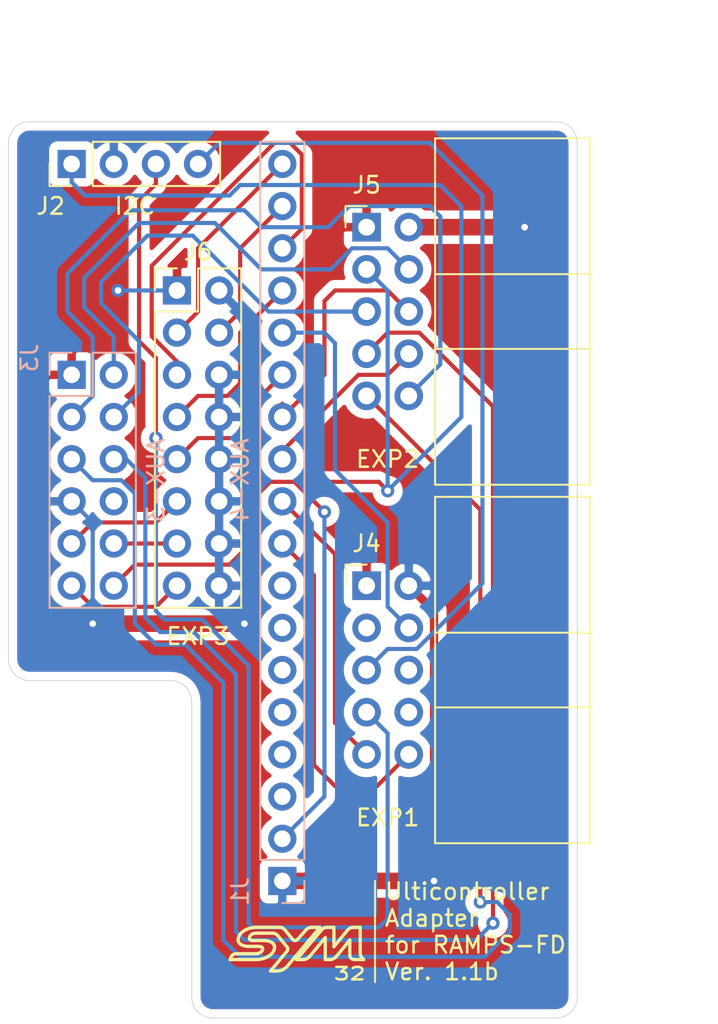
<source format=kicad_pcb>
(kicad_pcb (version 20171130) (host pcbnew "(5.1.0-0)")

  (general
    (thickness 1.6)
    (drawings 97)
    (tracks 209)
    (zones 0)
    (modules 6)
    (nets 34)
  )

  (page A4)
  (layers
    (0 F.Cu signal)
    (31 B.Cu signal)
    (32 B.Adhes user)
    (33 F.Adhes user)
    (34 B.Paste user)
    (35 F.Paste user)
    (36 B.SilkS user)
    (37 F.SilkS user)
    (38 B.Mask user)
    (39 F.Mask user)
    (40 Dwgs.User user)
    (41 Cmts.User user)
    (42 Eco1.User user)
    (43 Eco2.User user)
    (44 Edge.Cuts user)
    (45 Margin user)
    (46 B.CrtYd user)
    (47 F.CrtYd user)
    (48 B.Fab user)
    (49 F.Fab user)
  )

  (setup
    (last_trace_width 0.25)
    (user_trace_width 0.5)
    (user_trace_width 1)
    (trace_clearance 0.2)
    (zone_clearance 0.508)
    (zone_45_only no)
    (trace_min 0.2)
    (via_size 0.8)
    (via_drill 0.4)
    (via_min_size 0.4)
    (via_min_drill 0.3)
    (uvia_size 0.3)
    (uvia_drill 0.1)
    (uvias_allowed no)
    (uvia_min_size 0.2)
    (uvia_min_drill 0.1)
    (edge_width 0.05)
    (segment_width 0.2)
    (pcb_text_width 0.3)
    (pcb_text_size 1.5 1.5)
    (mod_edge_width 0.12)
    (mod_text_size 1 1)
    (mod_text_width 0.15)
    (pad_size 1.524 1.524)
    (pad_drill 0.762)
    (pad_to_mask_clearance 0.051)
    (solder_mask_min_width 0.25)
    (aux_axis_origin 0 0)
    (visible_elements FFFFFF7F)
    (pcbplotparams
      (layerselection 0x010fc_ffffffff)
      (usegerberextensions false)
      (usegerberattributes false)
      (usegerberadvancedattributes false)
      (creategerberjobfile false)
      (excludeedgelayer true)
      (linewidth 0.100000)
      (plotframeref false)
      (viasonmask false)
      (mode 1)
      (useauxorigin false)
      (hpglpennumber 1)
      (hpglpenspeed 20)
      (hpglpendiameter 15.000000)
      (psnegative false)
      (psa4output false)
      (plotreference true)
      (plotvalue true)
      (plotinvisibletext false)
      (padsonsilk false)
      (subtractmaskfromsilk false)
      (outputformat 1)
      (mirror false)
      (drillshape 0)
      (scaleselection 1)
      (outputdirectory "output/"))
  )

  (net 0 "")
  (net 1 UART2_TX)
  (net 2 UART2_RX)
  (net 3 D23)
  (net 4 D25)
  (net 5 D27-LCD_RESET)
  (net 6 D29)
  (net 7 D31-BTN_EN2)
  (net 8 D33-BTN_EN1)
  (net 9 D35-BTN_ENC)
  (net 10 D37-BEEP_PIN)
  (net 11 SCL)
  (net 12 SDA)
  (net 13 GND)
  (net 14 +V_LOGIC)
  (net 15 D52-SCK)
  (net 16 D51-MOSI)
  (net 17 D50-MISO)
  (net 18 "Net-(J3-Pad8)")
  (net 19 SPI_CS1)
  (net 20 SCK)
  (net 21 MOSI)
  (net 22 MISO)
  (net 23 D49-SD_DETECT)
  (net 24 "Net-(J4-Pad8)")
  (net 25 "Net-(J4-Pad6)")
  (net 26 "Net-(J4-Pad3)")
  (net 27 +5V)
  (net 28 "Net-(J1-Pad3)")
  (net 29 "Net-(J1-Pad4)")
  (net 30 "Net-(J1-Pad5)")
  (net 31 "Net-(J1-Pad6)")
  (net 32 "Net-(J1-Pad7)")
  (net 33 "Net-(J1-Pad8)")

  (net_class Default 这是默认网络类。
    (clearance 0.2)
    (trace_width 0.25)
    (via_dia 0.8)
    (via_drill 0.4)
    (uvia_dia 0.3)
    (uvia_drill 0.1)
    (add_net +5V)
    (add_net +V_LOGIC)
    (add_net D23)
    (add_net D25)
    (add_net D27-LCD_RESET)
    (add_net D29)
    (add_net D31-BTN_EN2)
    (add_net D33-BTN_EN1)
    (add_net D35-BTN_ENC)
    (add_net D37-BEEP_PIN)
    (add_net D49-SD_DETECT)
    (add_net D50-MISO)
    (add_net D51-MOSI)
    (add_net D52-SCK)
    (add_net GND)
    (add_net MISO)
    (add_net MOSI)
    (add_net "Net-(J1-Pad3)")
    (add_net "Net-(J1-Pad4)")
    (add_net "Net-(J1-Pad5)")
    (add_net "Net-(J1-Pad6)")
    (add_net "Net-(J1-Pad7)")
    (add_net "Net-(J1-Pad8)")
    (add_net "Net-(J3-Pad8)")
    (add_net "Net-(J4-Pad3)")
    (add_net "Net-(J4-Pad6)")
    (add_net "Net-(J4-Pad8)")
    (add_net SCK)
    (add_net SCL)
    (add_net SDA)
    (add_net SPI_CS1)
    (add_net UART2_RX)
    (add_net UART2_TX)
  )

  (module Connector_PinSocket_2.54mm:PinSocket_1x18_P2.54mm_Vertical (layer B.Cu) (tedit 5A19A434) (tstamp 5CB033C8)
    (at 124.46 130.81)
    (descr "Through hole straight socket strip, 1x18, 2.54mm pitch, single row (from Kicad 4.0.7), script generated")
    (tags "Through hole socket strip THT 1x18 2.54mm single row")
    (path /5CB45419)
    (fp_text reference J1 (at -2.54 0.635 90) (layer B.SilkS)
      (effects (font (size 1 1) (thickness 0.15)) (justify mirror))
    )
    (fp_text value AUX-4 (at -2.54 -24.13 90) (layer B.Fab)
      (effects (font (size 1 1) (thickness 0.15)) (justify mirror))
    )
    (fp_text user %R (at 0 -21.59 -90) (layer B.Fab)
      (effects (font (size 1 1) (thickness 0.15)) (justify mirror))
    )
    (fp_line (start -1.8 -44.95) (end -1.8 1.8) (layer B.CrtYd) (width 0.05))
    (fp_line (start 1.75 -44.95) (end -1.8 -44.95) (layer B.CrtYd) (width 0.05))
    (fp_line (start 1.75 1.8) (end 1.75 -44.95) (layer B.CrtYd) (width 0.05))
    (fp_line (start -1.8 1.8) (end 1.75 1.8) (layer B.CrtYd) (width 0.05))
    (fp_line (start 0 1.33) (end 1.33 1.33) (layer B.SilkS) (width 0.12))
    (fp_line (start 1.33 1.33) (end 1.33 0) (layer B.SilkS) (width 0.12))
    (fp_line (start 1.33 -1.27) (end 1.33 -44.51) (layer B.SilkS) (width 0.12))
    (fp_line (start -1.33 -44.51) (end 1.33 -44.51) (layer B.SilkS) (width 0.12))
    (fp_line (start -1.33 -1.27) (end -1.33 -44.51) (layer B.SilkS) (width 0.12))
    (fp_line (start -1.33 -1.27) (end 1.33 -1.27) (layer B.SilkS) (width 0.12))
    (fp_line (start -1.27 -44.45) (end -1.27 1.27) (layer B.Fab) (width 0.1))
    (fp_line (start 1.27 -44.45) (end -1.27 -44.45) (layer B.Fab) (width 0.1))
    (fp_line (start 1.27 0.635) (end 1.27 -44.45) (layer B.Fab) (width 0.1))
    (fp_line (start 0.635 1.27) (end 1.27 0.635) (layer B.Fab) (width 0.1))
    (fp_line (start -1.27 1.27) (end 0.635 1.27) (layer B.Fab) (width 0.1))
    (pad 18 thru_hole oval (at 0 -43.18) (size 1.7 1.7) (drill 1) (layers *.Cu *.Mask)
      (net 1 UART2_TX))
    (pad 17 thru_hole oval (at 0 -40.64) (size 1.7 1.7) (drill 1) (layers *.Cu *.Mask)
      (net 2 UART2_RX))
    (pad 16 thru_hole oval (at 0 -38.1) (size 1.7 1.7) (drill 1) (layers *.Cu *.Mask)
      (net 3 D23))
    (pad 15 thru_hole oval (at 0 -35.56) (size 1.7 1.7) (drill 1) (layers *.Cu *.Mask)
      (net 4 D25))
    (pad 14 thru_hole oval (at 0 -33.02) (size 1.7 1.7) (drill 1) (layers *.Cu *.Mask)
      (net 5 D27-LCD_RESET))
    (pad 13 thru_hole oval (at 0 -30.48) (size 1.7 1.7) (drill 1) (layers *.Cu *.Mask)
      (net 6 D29))
    (pad 12 thru_hole oval (at 0 -27.94) (size 1.7 1.7) (drill 1) (layers *.Cu *.Mask)
      (net 7 D31-BTN_EN2))
    (pad 11 thru_hole oval (at 0 -25.4) (size 1.7 1.7) (drill 1) (layers *.Cu *.Mask)
      (net 8 D33-BTN_EN1))
    (pad 10 thru_hole oval (at 0 -22.86) (size 1.7 1.7) (drill 1) (layers *.Cu *.Mask)
      (net 9 D35-BTN_ENC))
    (pad 9 thru_hole oval (at 0 -20.32) (size 1.7 1.7) (drill 1) (layers *.Cu *.Mask)
      (net 10 D37-BEEP_PIN))
    (pad 8 thru_hole oval (at 0 -17.78) (size 1.7 1.7) (drill 1) (layers *.Cu *.Mask)
      (net 33 "Net-(J1-Pad8)"))
    (pad 7 thru_hole oval (at 0 -15.24) (size 1.7 1.7) (drill 1) (layers *.Cu *.Mask)
      (net 32 "Net-(J1-Pad7)"))
    (pad 6 thru_hole oval (at 0 -12.7) (size 1.7 1.7) (drill 1) (layers *.Cu *.Mask)
      (net 31 "Net-(J1-Pad6)"))
    (pad 5 thru_hole oval (at 0 -10.16) (size 1.7 1.7) (drill 1) (layers *.Cu *.Mask)
      (net 30 "Net-(J1-Pad5)"))
    (pad 4 thru_hole oval (at 0 -7.62) (size 1.7 1.7) (drill 1) (layers *.Cu *.Mask)
      (net 29 "Net-(J1-Pad4)"))
    (pad 3 thru_hole oval (at 0 -5.08) (size 1.7 1.7) (drill 1) (layers *.Cu *.Mask)
      (net 28 "Net-(J1-Pad3)"))
    (pad 2 thru_hole oval (at 0 -2.54) (size 1.7 1.7) (drill 1) (layers *.Cu *.Mask)
      (net 14 +V_LOGIC))
    (pad 1 thru_hole rect (at 0 0) (size 1.7 1.7) (drill 1) (layers *.Cu *.Mask)
      (net 13 GND))
    (model ${KISYS3DMOD}/Connector_PinSocket_2.54mm.3dshapes/PinSocket_1x18_P2.54mm_Vertical.wrl
      (at (xyz 0 0 0))
      (scale (xyz 1 1 1))
      (rotate (xyz 0 0 0))
    )
  )

  (module Connector_PinHeader_2.54mm:PinHeader_2x08_P2.54mm_Vertical (layer F.Cu) (tedit 59FED5CC) (tstamp 5CAFBE6A)
    (at 118.11 95.25)
    (descr "Through hole straight pin header, 2x08, 2.54mm pitch, double rows")
    (tags "Through hole pin header THT 2x08 2.54mm double row")
    (path /5CB00233)
    (fp_text reference J6 (at 1.27 -2.33) (layer F.SilkS)
      (effects (font (size 1 1) (thickness 0.15)))
    )
    (fp_text value EXP3 (at 1.27 20.11) (layer F.Fab)
      (effects (font (size 1 1) (thickness 0.15)))
    )
    (fp_text user %R (at 1.27 8.89 90) (layer F.Fab)
      (effects (font (size 1 1) (thickness 0.15)))
    )
    (fp_line (start 4.35 -1.8) (end -1.8 -1.8) (layer F.CrtYd) (width 0.05))
    (fp_line (start 4.35 19.55) (end 4.35 -1.8) (layer F.CrtYd) (width 0.05))
    (fp_line (start -1.8 19.55) (end 4.35 19.55) (layer F.CrtYd) (width 0.05))
    (fp_line (start -1.8 -1.8) (end -1.8 19.55) (layer F.CrtYd) (width 0.05))
    (fp_line (start -1.33 -1.33) (end 0 -1.33) (layer F.SilkS) (width 0.12))
    (fp_line (start -1.33 0) (end -1.33 -1.33) (layer F.SilkS) (width 0.12))
    (fp_line (start 1.27 -1.33) (end 3.87 -1.33) (layer F.SilkS) (width 0.12))
    (fp_line (start 1.27 1.27) (end 1.27 -1.33) (layer F.SilkS) (width 0.12))
    (fp_line (start -1.33 1.27) (end 1.27 1.27) (layer F.SilkS) (width 0.12))
    (fp_line (start 3.87 -1.33) (end 3.87 19.11) (layer F.SilkS) (width 0.12))
    (fp_line (start -1.33 1.27) (end -1.33 19.11) (layer F.SilkS) (width 0.12))
    (fp_line (start -1.33 19.11) (end 3.87 19.11) (layer F.SilkS) (width 0.12))
    (fp_line (start -1.27 0) (end 0 -1.27) (layer F.Fab) (width 0.1))
    (fp_line (start -1.27 19.05) (end -1.27 0) (layer F.Fab) (width 0.1))
    (fp_line (start 3.81 19.05) (end -1.27 19.05) (layer F.Fab) (width 0.1))
    (fp_line (start 3.81 -1.27) (end 3.81 19.05) (layer F.Fab) (width 0.1))
    (fp_line (start 0 -1.27) (end 3.81 -1.27) (layer F.Fab) (width 0.1))
    (pad 16 thru_hole oval (at 2.54 17.78) (size 1.7 1.7) (drill 1) (layers *.Cu *.Mask)
      (net 13 GND))
    (pad 15 thru_hole oval (at 0 17.78) (size 1.7 1.7) (drill 1) (layers *.Cu *.Mask)
      (net 15 D52-SCK))
    (pad 14 thru_hole oval (at 2.54 15.24) (size 1.7 1.7) (drill 1) (layers *.Cu *.Mask)
      (net 13 GND))
    (pad 13 thru_hole oval (at 0 15.24) (size 1.7 1.7) (drill 1) (layers *.Cu *.Mask)
      (net 16 D51-MOSI))
    (pad 12 thru_hole oval (at 2.54 12.7) (size 1.7 1.7) (drill 1) (layers *.Cu *.Mask)
      (net 13 GND))
    (pad 11 thru_hole oval (at 0 12.7) (size 1.7 1.7) (drill 1) (layers *.Cu *.Mask)
      (net 17 D50-MISO))
    (pad 10 thru_hole oval (at 2.54 10.16) (size 1.7 1.7) (drill 1) (layers *.Cu *.Mask)
      (net 13 GND))
    (pad 9 thru_hole oval (at 0 10.16) (size 1.7 1.7) (drill 1) (layers *.Cu *.Mask)
      (net 6 D29))
    (pad 8 thru_hole oval (at 2.54 7.62) (size 1.7 1.7) (drill 1) (layers *.Cu *.Mask)
      (net 13 GND))
    (pad 7 thru_hole oval (at 0 7.62) (size 1.7 1.7) (drill 1) (layers *.Cu *.Mask)
      (net 4 D25))
    (pad 6 thru_hole oval (at 2.54 5.08) (size 1.7 1.7) (drill 1) (layers *.Cu *.Mask)
      (net 13 GND))
    (pad 5 thru_hole oval (at 0 5.08) (size 1.7 1.7) (drill 1) (layers *.Cu *.Mask)
      (net 3 D23))
    (pad 4 thru_hole oval (at 2.54 2.54) (size 1.7 1.7) (drill 1) (layers *.Cu *.Mask)
      (net 2 UART2_RX))
    (pad 3 thru_hole oval (at 0 2.54) (size 1.7 1.7) (drill 1) (layers *.Cu *.Mask)
      (net 1 UART2_TX))
    (pad 2 thru_hole oval (at 2.54 0) (size 1.7 1.7) (drill 1) (layers *.Cu *.Mask)
      (net 13 GND))
    (pad 1 thru_hole rect (at 0 0) (size 1.7 1.7) (drill 1) (layers *.Cu *.Mask)
      (net 27 +5V))
    (model ${KISYS3DMOD}/Connector_PinHeader_2.54mm.3dshapes/PinHeader_2x08_P2.54mm_Vertical.wrl
      (at (xyz 0 0 0))
      (scale (xyz 1 1 1))
      (rotate (xyz 0 0 0))
    )
  )

  (module Connector_PinSocket_2.54mm:PinSocket_2x06_P2.54mm_Vertical (layer B.Cu) (tedit 5A19A42B) (tstamp 5CAFCF3D)
    (at 111.76 100.33 180)
    (descr "Through hole straight socket strip, 2x06, 2.54mm pitch, double cols (from Kicad 4.0.7), script generated")
    (tags "Through hole socket strip THT 2x06 2.54mm double row")
    (path /5CB11D6F)
    (fp_text reference J3 (at 2.54 1.016 270) (layer B.SilkS)
      (effects (font (size 1 1) (thickness 0.15)) (justify mirror))
    )
    (fp_text value AUX-3 (at -5.08 -6.35 270) (layer B.Fab)
      (effects (font (size 1 1) (thickness 0.15)) (justify mirror))
    )
    (fp_line (start -3.81 1.27) (end 0.27 1.27) (layer B.Fab) (width 0.1))
    (fp_line (start 0.27 1.27) (end 1.27 0.27) (layer B.Fab) (width 0.1))
    (fp_line (start 1.27 0.27) (end 1.27 -13.97) (layer B.Fab) (width 0.1))
    (fp_line (start 1.27 -13.97) (end -3.81 -13.97) (layer B.Fab) (width 0.1))
    (fp_line (start -3.81 -13.97) (end -3.81 1.27) (layer B.Fab) (width 0.1))
    (fp_line (start -3.87 1.33) (end -1.27 1.33) (layer B.SilkS) (width 0.12))
    (fp_line (start -3.87 1.33) (end -3.87 -14.03) (layer B.SilkS) (width 0.12))
    (fp_line (start -3.87 -14.03) (end 1.33 -14.03) (layer B.SilkS) (width 0.12))
    (fp_line (start 1.33 -1.27) (end 1.33 -14.03) (layer B.SilkS) (width 0.12))
    (fp_line (start -1.27 -1.27) (end 1.33 -1.27) (layer B.SilkS) (width 0.12))
    (fp_line (start -1.27 1.33) (end -1.27 -1.27) (layer B.SilkS) (width 0.12))
    (fp_line (start 1.33 1.33) (end 1.33 0) (layer B.SilkS) (width 0.12))
    (fp_line (start 0 1.33) (end 1.33 1.33) (layer B.SilkS) (width 0.12))
    (fp_line (start -4.34 1.8) (end 1.76 1.8) (layer B.CrtYd) (width 0.05))
    (fp_line (start 1.76 1.8) (end 1.76 -14.45) (layer B.CrtYd) (width 0.05))
    (fp_line (start 1.76 -14.45) (end -4.34 -14.45) (layer B.CrtYd) (width 0.05))
    (fp_line (start -4.34 -14.45) (end -4.34 1.8) (layer B.CrtYd) (width 0.05))
    (fp_text user %R (at -1.27 -6.35 90) (layer B.Fab)
      (effects (font (size 1 1) (thickness 0.15)) (justify mirror))
    )
    (pad 1 thru_hole rect (at 0 0 180) (size 1.7 1.7) (drill 1) (layers *.Cu *.Mask)
      (net 27 +5V))
    (pad 2 thru_hole oval (at -2.54 0 180) (size 1.7 1.7) (drill 1) (layers *.Cu *.Mask)
      (net 23 D49-SD_DETECT))
    (pad 3 thru_hole oval (at 0 -2.54 180) (size 1.7 1.7) (drill 1) (layers *.Cu *.Mask)
      (net 22 MISO))
    (pad 4 thru_hole oval (at -2.54 -2.54 180) (size 1.7 1.7) (drill 1) (layers *.Cu *.Mask)
      (net 21 MOSI))
    (pad 5 thru_hole oval (at 0 -5.08 180) (size 1.7 1.7) (drill 1) (layers *.Cu *.Mask)
      (net 20 SCK))
    (pad 6 thru_hole oval (at -2.54 -5.08 180) (size 1.7 1.7) (drill 1) (layers *.Cu *.Mask)
      (net 19 SPI_CS1))
    (pad 7 thru_hole oval (at 0 -7.62 180) (size 1.7 1.7) (drill 1) (layers *.Cu *.Mask)
      (net 13 GND))
    (pad 8 thru_hole oval (at -2.54 -7.62 180) (size 1.7 1.7) (drill 1) (layers *.Cu *.Mask)
      (net 18 "Net-(J3-Pad8)"))
    (pad 9 thru_hole oval (at 0 -10.16 180) (size 1.7 1.7) (drill 1) (layers *.Cu *.Mask)
      (net 17 D50-MISO))
    (pad 10 thru_hole oval (at -2.54 -10.16 180) (size 1.7 1.7) (drill 1) (layers *.Cu *.Mask)
      (net 16 D51-MOSI))
    (pad 11 thru_hole oval (at 0 -12.7 180) (size 1.7 1.7) (drill 1) (layers *.Cu *.Mask)
      (net 15 D52-SCK))
    (pad 12 thru_hole oval (at -2.54 -12.7 180) (size 1.7 1.7) (drill 1) (layers *.Cu *.Mask)
      (net 14 +V_LOGIC))
    (model ${KISYS3DMOD}/Connector_PinSocket_2.54mm.3dshapes/PinSocket_2x06_P2.54mm_Vertical.wrl
      (at (xyz 0 0 0))
      (scale (xyz 1 1 1))
      (rotate (xyz 0 0 0))
    )
  )

  (module Connector_PinHeader_2.54mm:PinHeader_1x04_P2.54mm_Vertical (layer F.Cu) (tedit 59FED5CC) (tstamp 5CAFCB40)
    (at 111.76 87.63 90)
    (descr "Through hole straight pin header, 1x04, 2.54mm pitch, single row")
    (tags "Through hole pin header THT 1x04 2.54mm single row")
    (path /5CB1C1F3)
    (fp_text reference J2 (at -2.54 -1.27 180) (layer F.SilkS)
      (effects (font (size 1 1) (thickness 0.15)))
    )
    (fp_text value I2C (at -2.54 3.81 180) (layer F.Fab)
      (effects (font (size 1 1) (thickness 0.15)))
    )
    (fp_text user %R (at 0 3.81 180) (layer F.Fab)
      (effects (font (size 1 1) (thickness 0.15)))
    )
    (fp_line (start 1.8 -1.8) (end -1.8 -1.8) (layer F.CrtYd) (width 0.05))
    (fp_line (start 1.8 9.4) (end 1.8 -1.8) (layer F.CrtYd) (width 0.05))
    (fp_line (start -1.8 9.4) (end 1.8 9.4) (layer F.CrtYd) (width 0.05))
    (fp_line (start -1.8 -1.8) (end -1.8 9.4) (layer F.CrtYd) (width 0.05))
    (fp_line (start -1.33 -1.33) (end 0 -1.33) (layer F.SilkS) (width 0.12))
    (fp_line (start -1.33 0) (end -1.33 -1.33) (layer F.SilkS) (width 0.12))
    (fp_line (start -1.33 1.27) (end 1.33 1.27) (layer F.SilkS) (width 0.12))
    (fp_line (start 1.33 1.27) (end 1.33 8.95) (layer F.SilkS) (width 0.12))
    (fp_line (start -1.33 1.27) (end -1.33 8.95) (layer F.SilkS) (width 0.12))
    (fp_line (start -1.33 8.95) (end 1.33 8.95) (layer F.SilkS) (width 0.12))
    (fp_line (start -1.27 -0.635) (end -0.635 -1.27) (layer F.Fab) (width 0.1))
    (fp_line (start -1.27 8.89) (end -1.27 -0.635) (layer F.Fab) (width 0.1))
    (fp_line (start 1.27 8.89) (end -1.27 8.89) (layer F.Fab) (width 0.1))
    (fp_line (start 1.27 -1.27) (end 1.27 8.89) (layer F.Fab) (width 0.1))
    (fp_line (start -0.635 -1.27) (end 1.27 -1.27) (layer F.Fab) (width 0.1))
    (pad 4 thru_hole oval (at 0 7.62 90) (size 1.7 1.7) (drill 1) (layers *.Cu *.Mask)
      (net 11 SCL))
    (pad 3 thru_hole oval (at 0 5.08 90) (size 1.7 1.7) (drill 1) (layers *.Cu *.Mask)
      (net 12 SDA))
    (pad 2 thru_hole oval (at 0 2.54 90) (size 1.7 1.7) (drill 1) (layers *.Cu *.Mask)
      (net 13 GND))
    (pad 1 thru_hole rect (at 0 0 90) (size 1.7 1.7) (drill 1) (layers *.Cu *.Mask)
      (net 14 +V_LOGIC))
    (model ${KISYS3DMOD}/Connector_PinHeader_2.54mm.3dshapes/PinHeader_1x04_P2.54mm_Vertical.wrl
      (at (xyz 0 0 0))
      (scale (xyz 1 1 1))
      (rotate (xyz 0 0 0))
    )
  )

  (module Connector_IDC:IDC-Header_2x05_P2.54mm_Horizontal (layer F.Cu) (tedit 59DE1F47) (tstamp 5CAFBE4A)
    (at 129.54 91.44)
    (descr "Through hole angled IDC box header, 2x05, 2.54mm pitch, double rows")
    (tags "Through hole IDC box header THT 2x05 2.54mm double row")
    (path /5CAFEC00)
    (fp_text reference J5 (at 0 -2.54) (layer F.SilkS)
      (effects (font (size 1 1) (thickness 0.15)))
    )
    (fp_text value EXP2 (at 1.27 13.97) (layer F.Fab)
      (effects (font (size 1 1) (thickness 0.15)))
    )
    (fp_line (start 13.48 15.51) (end -1.12 15.51) (layer F.CrtYd) (width 0.05))
    (fp_line (start 13.48 -5.35) (end 13.48 15.51) (layer F.CrtYd) (width 0.05))
    (fp_line (start -1.12 15.51) (end -1.12 -5.35) (layer F.CrtYd) (width 0.05))
    (fp_line (start -1.12 -5.35) (end 13.48 -5.35) (layer F.CrtYd) (width 0.05))
    (fp_line (start 4.13 7.33) (end 13.48 7.33) (layer F.SilkS) (width 0.12))
    (fp_line (start 4.13 2.83) (end 13.48 2.83) (layer F.SilkS) (width 0.12))
    (fp_line (start 4.13 15.51) (end 4.13 -5.35) (layer F.SilkS) (width 0.12))
    (fp_line (start 4.13 15.51) (end 13.48 15.51) (layer F.SilkS) (width 0.12))
    (fp_line (start 4.13 -5.35) (end 13.48 -5.35) (layer F.SilkS) (width 0.12))
    (fp_line (start 13.48 -5.35) (end 13.48 15.51) (layer F.SilkS) (width 0.12))
    (fp_line (start 0 -1.27) (end -1.27 -1.27) (layer F.SilkS) (width 0.12))
    (fp_line (start -1.27 -1.27) (end -1.27 0) (layer F.SilkS) (width 0.12))
    (fp_line (start 5.38 -5.1) (end 13.23 -5.1) (layer F.Fab) (width 0.1))
    (fp_line (start 4.38 9.84) (end -0.32 9.84) (layer F.Fab) (width 0.1))
    (fp_line (start 4.38 7.33) (end 13.23 7.33) (layer F.Fab) (width 0.1))
    (fp_line (start 4.38 7.3) (end -0.32 7.3) (layer F.Fab) (width 0.1))
    (fp_line (start 4.38 4.76) (end -0.32 4.76) (layer F.Fab) (width 0.1))
    (fp_line (start 4.38 2.83) (end 13.23 2.83) (layer F.Fab) (width 0.1))
    (fp_line (start 4.38 2.22) (end -0.32 2.22) (layer F.Fab) (width 0.1))
    (fp_line (start 4.38 15.26) (end 4.38 -4.1) (layer F.Fab) (width 0.1))
    (fp_line (start 4.38 15.26) (end 13.23 15.26) (layer F.Fab) (width 0.1))
    (fp_line (start 4.38 -4.1) (end 5.38 -5.1) (layer F.Fab) (width 0.1))
    (fp_line (start 4.38 -0.32) (end -0.32 -0.32) (layer F.Fab) (width 0.1))
    (fp_line (start 13.23 15.26) (end 13.23 -5.1) (layer F.Fab) (width 0.1))
    (fp_line (start -0.32 9.84) (end -0.32 10.48) (layer F.Fab) (width 0.1))
    (fp_line (start -0.32 7.94) (end 4.38 7.94) (layer F.Fab) (width 0.1))
    (fp_line (start -0.32 7.3) (end -0.32 7.94) (layer F.Fab) (width 0.1))
    (fp_line (start -0.32 5.4) (end 4.38 5.4) (layer F.Fab) (width 0.1))
    (fp_line (start -0.32 4.76) (end -0.32 5.4) (layer F.Fab) (width 0.1))
    (fp_line (start -0.32 2.86) (end 4.38 2.86) (layer F.Fab) (width 0.1))
    (fp_line (start -0.32 2.22) (end -0.32 2.86) (layer F.Fab) (width 0.1))
    (fp_line (start -0.32 10.48) (end 4.38 10.48) (layer F.Fab) (width 0.1))
    (fp_line (start -0.32 0.32) (end 4.38 0.32) (layer F.Fab) (width 0.1))
    (fp_line (start -0.32 -0.32) (end -0.32 0.32) (layer F.Fab) (width 0.1))
    (fp_text user %R (at 8.805 5.08 90) (layer F.Fab)
      (effects (font (size 1 1) (thickness 0.15)))
    )
    (pad 10 thru_hole oval (at 2.54 10.16) (size 1.7272 1.7272) (drill 1.016) (layers *.Cu *.Mask)
      (net 22 MISO))
    (pad 9 thru_hole oval (at 0 10.16) (size 1.7272 1.7272) (drill 1.016) (layers *.Cu *.Mask)
      (net 20 SCK))
    (pad 8 thru_hole oval (at 2.54 7.62) (size 1.7272 1.7272) (drill 1.016) (layers *.Cu *.Mask)
      (net 8 D33-BTN_EN1))
    (pad 7 thru_hole oval (at 0 7.62) (size 1.7272 1.7272) (drill 1.016) (layers *.Cu *.Mask)
      (net 19 SPI_CS1))
    (pad 6 thru_hole oval (at 2.54 5.08) (size 1.7272 1.7272) (drill 1.016) (layers *.Cu *.Mask)
      (net 7 D31-BTN_EN2))
    (pad 5 thru_hole oval (at 0 5.08) (size 1.7272 1.7272) (drill 1.016) (layers *.Cu *.Mask)
      (net 21 MOSI))
    (pad 4 thru_hole oval (at 2.54 2.54) (size 1.7272 1.7272) (drill 1.016) (layers *.Cu *.Mask)
      (net 23 D49-SD_DETECT))
    (pad 3 thru_hole oval (at 0 2.54) (size 1.7272 1.7272) (drill 1.016) (layers *.Cu *.Mask)
      (net 14 +V_LOGIC))
    (pad 2 thru_hole oval (at 2.54 0) (size 1.7272 1.7272) (drill 1.016) (layers *.Cu *.Mask)
      (net 13 GND))
    (pad 1 thru_hole rect (at 0 0) (size 1.7272 1.7272) (drill 1.016) (layers *.Cu *.Mask)
      (net 27 +5V))
    (model ${KISYS3DMOD}/Connector_IDC.3dshapes/IDC-Header_2x05_P2.54mm_Horizontal.wrl
      (at (xyz 0 0 0))
      (scale (xyz 1 1 1))
      (rotate (xyz 0 0 0))
    )
  )

  (module Connector_IDC:IDC-Header_2x05_P2.54mm_Horizontal locked (layer F.Cu) (tedit 59DE1F47) (tstamp 5CAFBE19)
    (at 129.54 113.03)
    (descr "Through hole angled IDC box header, 2x05, 2.54mm pitch, double rows")
    (tags "Through hole IDC box header THT 2x05 2.54mm double row")
    (path /5CAFC5DD)
    (fp_text reference J4 (at 0 -2.54) (layer F.SilkS)
      (effects (font (size 1 1) (thickness 0.15)))
    )
    (fp_text value EXP1 (at 1.27 13.97) (layer F.Fab)
      (effects (font (size 1 1) (thickness 0.15)))
    )
    (fp_line (start 13.48 15.51) (end -1.12 15.51) (layer F.CrtYd) (width 0.05))
    (fp_line (start 13.48 -5.35) (end 13.48 15.51) (layer F.CrtYd) (width 0.05))
    (fp_line (start -1.12 15.51) (end -1.12 -5.35) (layer F.CrtYd) (width 0.05))
    (fp_line (start -1.12 -5.35) (end 13.48 -5.35) (layer F.CrtYd) (width 0.05))
    (fp_line (start 4.13 7.33) (end 13.48 7.33) (layer F.SilkS) (width 0.12))
    (fp_line (start 4.13 2.83) (end 13.48 2.83) (layer F.SilkS) (width 0.12))
    (fp_line (start 4.13 15.51) (end 4.13 -5.35) (layer F.SilkS) (width 0.12))
    (fp_line (start 4.13 15.51) (end 13.48 15.51) (layer F.SilkS) (width 0.12))
    (fp_line (start 4.13 -5.35) (end 13.48 -5.35) (layer F.SilkS) (width 0.12))
    (fp_line (start 13.48 -5.35) (end 13.48 15.51) (layer F.SilkS) (width 0.12))
    (fp_line (start 0 -1.27) (end -1.27 -1.27) (layer F.SilkS) (width 0.12))
    (fp_line (start -1.27 -1.27) (end -1.27 0) (layer F.SilkS) (width 0.12))
    (fp_line (start 5.38 -5.1) (end 13.23 -5.1) (layer F.Fab) (width 0.1))
    (fp_line (start 4.38 9.84) (end -0.32 9.84) (layer F.Fab) (width 0.1))
    (fp_line (start 4.38 7.33) (end 13.23 7.33) (layer F.Fab) (width 0.1))
    (fp_line (start 4.38 7.3) (end -0.32 7.3) (layer F.Fab) (width 0.1))
    (fp_line (start 4.38 4.76) (end -0.32 4.76) (layer F.Fab) (width 0.1))
    (fp_line (start 4.38 2.83) (end 13.23 2.83) (layer F.Fab) (width 0.1))
    (fp_line (start 4.38 2.22) (end -0.32 2.22) (layer F.Fab) (width 0.1))
    (fp_line (start 4.38 15.26) (end 4.38 -4.1) (layer F.Fab) (width 0.1))
    (fp_line (start 4.38 15.26) (end 13.23 15.26) (layer F.Fab) (width 0.1))
    (fp_line (start 4.38 -4.1) (end 5.38 -5.1) (layer F.Fab) (width 0.1))
    (fp_line (start 4.38 -0.32) (end -0.32 -0.32) (layer F.Fab) (width 0.1))
    (fp_line (start 13.23 15.26) (end 13.23 -5.1) (layer F.Fab) (width 0.1))
    (fp_line (start -0.32 9.84) (end -0.32 10.48) (layer F.Fab) (width 0.1))
    (fp_line (start -0.32 7.94) (end 4.38 7.94) (layer F.Fab) (width 0.1))
    (fp_line (start -0.32 7.3) (end -0.32 7.94) (layer F.Fab) (width 0.1))
    (fp_line (start -0.32 5.4) (end 4.38 5.4) (layer F.Fab) (width 0.1))
    (fp_line (start -0.32 4.76) (end -0.32 5.4) (layer F.Fab) (width 0.1))
    (fp_line (start -0.32 2.86) (end 4.38 2.86) (layer F.Fab) (width 0.1))
    (fp_line (start -0.32 2.22) (end -0.32 2.86) (layer F.Fab) (width 0.1))
    (fp_line (start -0.32 10.48) (end 4.38 10.48) (layer F.Fab) (width 0.1))
    (fp_line (start -0.32 0.32) (end 4.38 0.32) (layer F.Fab) (width 0.1))
    (fp_line (start -0.32 -0.32) (end -0.32 0.32) (layer F.Fab) (width 0.1))
    (fp_text user %R (at 8.805 5.08 90) (layer F.Fab)
      (effects (font (size 1 1) (thickness 0.15)))
    )
    (pad 10 thru_hole oval (at 2.54 10.16) (size 1.7272 1.7272) (drill 1.016) (layers *.Cu *.Mask)
      (net 10 D37-BEEP_PIN))
    (pad 9 thru_hole oval (at 0 10.16) (size 1.7272 1.7272) (drill 1.016) (layers *.Cu *.Mask)
      (net 9 D35-BTN_ENC))
    (pad 8 thru_hole oval (at 2.54 7.62) (size 1.7272 1.7272) (drill 1.016) (layers *.Cu *.Mask)
      (net 24 "Net-(J4-Pad8)"))
    (pad 7 thru_hole oval (at 0 7.62) (size 1.7272 1.7272) (drill 1.016) (layers *.Cu *.Mask)
      (net 12 SDA))
    (pad 6 thru_hole oval (at 2.54 5.08) (size 1.7272 1.7272) (drill 1.016) (layers *.Cu *.Mask)
      (net 25 "Net-(J4-Pad6)"))
    (pad 5 thru_hole oval (at 0 5.08) (size 1.7272 1.7272) (drill 1.016) (layers *.Cu *.Mask)
      (net 11 SCL))
    (pad 4 thru_hole oval (at 2.54 2.54) (size 1.7272 1.7272) (drill 1.016) (layers *.Cu *.Mask)
      (net 5 D27-LCD_RESET))
    (pad 3 thru_hole oval (at 0 2.54) (size 1.7272 1.7272) (drill 1.016) (layers *.Cu *.Mask)
      (net 26 "Net-(J4-Pad3)"))
    (pad 2 thru_hole oval (at 2.54 0) (size 1.7272 1.7272) (drill 1.016) (layers *.Cu *.Mask)
      (net 13 GND))
    (pad 1 thru_hole rect (at 0 0) (size 1.7272 1.7272) (drill 1.016) (layers *.Cu *.Mask)
      (net 27 +5V))
    (model ${KISYS3DMOD}/Connector_IDC.3dshapes/IDC-Header_2x05_P2.54mm_Horizontal.wrl
      (at (xyz 0 0 0))
      (scale (xyz 1 1 1))
      (rotate (xyz 0 0 0))
    )
  )

  (dimension 34.29 (width 0.15) (layer Eco1.User)
    (gr_text "34.290 mm" (at 125.095 78.456) (layer Eco1.User)
      (effects (font (size 1 1) (thickness 0.15)))
    )
    (feature1 (pts (xy 142.24 86.36) (xy 142.24 79.169579)))
    (feature2 (pts (xy 107.95 86.36) (xy 107.95 79.169579)))
    (crossbar (pts (xy 107.95 79.756) (xy 142.24 79.756)))
    (arrow1a (pts (xy 142.24 79.756) (xy 141.113496 80.342421)))
    (arrow1b (pts (xy 142.24 79.756) (xy 141.113496 79.169579)))
    (arrow2a (pts (xy 107.95 79.756) (xy 109.076504 80.342421)))
    (arrow2b (pts (xy 107.95 79.756) (xy 109.076504 79.169579)))
  )
  (dimension 53.975 (width 0.15) (layer Eco1.User)
    (gr_text "53.975 mm" (at 149.382 112.0775 270) (layer Eco1.User)
      (effects (font (size 1 1) (thickness 0.15)))
    )
    (feature1 (pts (xy 140.97 139.065) (xy 148.668421 139.065)))
    (feature2 (pts (xy 140.97 85.09) (xy 148.668421 85.09)))
    (crossbar (pts (xy 148.082 85.09) (xy 148.082 139.065)))
    (arrow1a (pts (xy 148.082 139.065) (xy 147.495579 137.938496)))
    (arrow1b (pts (xy 148.082 139.065) (xy 148.668421 137.938496)))
    (arrow2a (pts (xy 148.082 85.09) (xy 147.495579 86.216504)))
    (arrow2b (pts (xy 148.082 85.09) (xy 148.668421 86.216504)))
  )
  (gr_text 32 (at 128.524 136.398) (layer F.SilkS)
    (effects (font (size 0.75 1) (thickness 0.15)))
  )
  (gr_curve (pts (xy 129.153566 135.142165) (xy 129.153566 135.142165) (xy 129.153566 133.604) (xy 129.153566 133.604)) (layer F.SilkS) (width 0.2))
  (gr_curve (pts (xy 129.276613 135.45075) (xy 129.197607 135.367433) (xy 129.153566 135.256986) (xy 129.153566 135.142165)) (layer F.SilkS) (width 0.2))
  (gr_curve (pts (xy 129.366357 135.54539) (xy 129.366357 135.54539) (xy 129.276613 135.45075) (xy 129.276613 135.45075)) (layer F.SilkS) (width 0.2))
  (gr_curve (pts (xy 128.793672 135.54539) (xy 128.793672 135.54539) (xy 129.366357 135.54539) (xy 129.366357 135.54539)) (layer F.SilkS) (width 0.2))
  (gr_curve (pts (xy 128.529036 135.280754) (xy 128.529036 135.426908) (xy 128.647517 135.54539) (xy 128.793672 135.54539)) (layer F.SilkS) (width 0.2))
  (gr_curve (pts (xy 128.529036 134.366381) (xy 128.529036 134.366381) (xy 128.529036 135.280754) (xy 128.529036 135.280754)) (layer F.SilkS) (width 0.2))
  (gr_curve (pts (xy 127.718104 135.356306) (xy 127.718104 135.356306) (xy 128.529036 134.366381) (xy 128.529036 134.366381)) (layer F.SilkS) (width 0.2))
  (gr_curve (pts (xy 123.948784 134.641189) (xy 123.92278 134.598768) (xy 123.888116 134.562449) (xy 123.844825 134.53219)) (layer F.SilkS) (width 0.2))
  (gr_curve (pts (xy 123.992701 134.787432) (xy 123.989419 134.73238) (xy 123.974778 134.683637) (xy 123.948784 134.641189)) (layer F.SilkS) (width 0.2))
  (gr_curve (pts (xy 123.956485 134.974287) (xy 123.983901 134.904783) (xy 123.99594 134.842497) (xy 123.992701 134.787432)) (layer F.SilkS) (width 0.2))
  (gr_curve (pts (xy 123.844039 135.161819) (xy 123.891581 135.106298) (xy 123.929063 135.043806) (xy 123.956485 134.974287)) (layer F.SilkS) (width 0.2))
  (gr_curve (pts (xy 123.684481 135.308739) (xy 123.743288 135.266318) (xy 123.796496 135.21734) (xy 123.844039 135.161819)) (layer F.SilkS) (width 0.2))
  (gr_curve (pts (xy 123.869639 133.956045) (xy 123.991752 133.956045) (xy 124.10743 134.010802) (xy 124.18484 134.105246)) (layer F.SilkS) (width 0.2))
  (gr_curve (pts (xy 122.885835 133.956045) (xy 122.885835 133.956045) (xy 123.869639 133.956045) (xy 123.869639 133.956045)) (layer F.SilkS) (width 0.2))
  (gr_curve (pts (xy 122.633957 134.016978) (xy 122.704532 133.976358) (xy 122.788495 133.956045) (xy 122.885835 133.956045)) (layer F.SilkS) (width 0.2))
  (gr_curve (pts (xy 122.488534 134.178109) (xy 122.51488 134.111316) (xy 122.563339 134.057604) (xy 122.633957 134.016978)) (layer F.SilkS) (width 0.2))
  (gr_curve (pts (xy 125.317991 135.545091) (xy 125.317991 135.545091) (xy 125.715987 135.545091) (xy 125.715987 135.545091)) (layer F.SilkS) (width 0.2))
  (gr_curve (pts (xy 126.84085 133.745383) (xy 126.84085 133.745383) (xy 125.317991 135.545091) (xy 125.317991 135.545091)) (layer F.SilkS) (width 0.2))
  (gr_curve (pts (xy 127.145691 133.604) (xy 127.02823 133.604) (xy 126.916726 133.655715) (xy 126.84085 133.745383)) (layer F.SilkS) (width 0.2))
  (gr_curve (pts (xy 127.57003 133.604) (xy 127.57003 133.604) (xy 127.145691 133.604) (xy 127.145691 133.604)) (layer F.SilkS) (width 0.2))
  (gr_curve (pts (xy 127.57003 134.774682) (xy 127.57003 134.774682) (xy 127.57003 133.604) (xy 127.57003 133.604)) (layer F.SilkS) (width 0.2))
  (gr_curve (pts (xy 125.083609 134.331539) (xy 125.083609 134.331539) (xy 124.602045 133.746436) (xy 124.602045 133.746436)) (layer F.SilkS) (width 0.2))
  (gr_curve (pts (xy 125.375274 134.336594) (xy 125.297207 134.425012) (xy 125.158563 134.422609) (xy 125.083609 134.331539)) (layer F.SilkS) (width 0.2))
  (gr_curve (pts (xy 127.318145 135.54569) (xy 127.473109 135.54569) (xy 127.619903 135.476182) (xy 127.718104 135.356306)) (layer F.SilkS) (width 0.2))
  (gr_curve (pts (xy 127.043398 135.54569) (xy 127.043398 135.54569) (xy 127.318145 135.54569) (xy 127.318145 135.54569)) (layer F.SilkS) (width 0.2))
  (gr_curve (pts (xy 127.050466 135.53532) (xy 127.050466 135.53532) (xy 127.043398 135.54569) (xy 127.043398 135.54569)) (layer F.SilkS) (width 0.2))
  (gr_curve (pts (xy 127.050466 134.225343) (xy 127.050466 134.225343) (xy 127.050466 135.53532) (xy 127.050466 135.53532)) (layer F.SilkS) (width 0.2))
  (gr_curve (pts (xy 126.095026 135.367948) (xy 126.095026 135.367948) (xy 127.050466 134.225343) (xy 127.050466 134.225343)) (layer F.SilkS) (width 0.2))
  (gr_curve (pts (xy 125.715987 135.545091) (xy 125.862332 135.545091) (xy 126.001146 135.480215) (xy 126.095026 135.367948)) (layer F.SilkS) (width 0.2))
  (gr_curve (pts (xy 125.879189 133.765852) (xy 125.879189 133.765852) (xy 125.375274 134.336594) (xy 125.375274 134.336594)) (layer F.SilkS) (width 0.2))
  (gr_curve (pts (xy 128.388399 133.775677) (xy 128.388399 133.775677) (xy 127.57003 134.774682) (xy 127.57003 134.774682)) (layer F.SilkS) (width 0.2))
  (gr_curve (pts (xy 128.750963 133.604) (xy 128.610486 133.604) (xy 128.47742 133.667009) (xy 128.388399 133.775677)) (layer F.SilkS) (width 0.2))
  (gr_curve (pts (xy 129.153566 133.604) (xy 129.153566 133.604) (xy 128.750963 133.604) (xy 128.750963 133.604)) (layer F.SilkS) (width 0.2))
  (gr_curve (pts (xy 126.729255 133.604) (xy 126.729255 133.604) (xy 126.238 133.604) (xy 126.238 133.604)) (layer F.SilkS) (width 0.2))
  (gr_curve (pts (xy 124.762974 135.941121) (xy 124.762974 135.941121) (xy 126.729255 133.604) (xy 126.729255 133.604)) (layer F.SilkS) (width 0.2))
  (gr_curve (pts (xy 124.131459 136.235099) (xy 124.375033 136.235099) (xy 124.606165 136.127503) (xy 124.762974 135.941121)) (layer F.SilkS) (width 0.2))
  (gr_curve (pts (xy 123.747695 136.235099) (xy 123.747695 136.235099) (xy 124.131459 136.235099) (xy 124.131459 136.235099)) (layer F.SilkS) (width 0.2))
  (gr_curve (pts (xy 124.742732 135.035993) (xy 124.742732 135.035993) (xy 123.747695 136.235099) (xy 123.747695 136.235099)) (layer F.SilkS) (width 0.2))
  (gr_curve (pts (xy 124.743488 134.786835) (xy 124.802926 134.859355) (xy 124.80261 134.963835) (xy 124.742732 135.035993)) (layer F.SilkS) (width 0.2))
  (gr_curve (pts (xy 124.18484 134.105246) (xy 124.18484 134.105246) (xy 124.743488 134.786835) (xy 124.743488 134.786835)) (layer F.SilkS) (width 0.2))
  (gr_curve (pts (xy 123.493812 135.417061) (xy 123.562076 135.387272) (xy 123.625651 135.351173) (xy 123.684481 135.308739)) (layer F.SilkS) (width 0.2))
  (gr_curve (pts (xy 123.289401 135.490169) (xy 123.357353 135.471216) (xy 123.425488 135.446851) (xy 123.493812 135.417061)) (layer F.SilkS) (width 0.2))
  (gr_curve (pts (xy 123.088389 135.532148) (xy 123.154402 135.523134) (xy 123.221404 135.509136) (xy 123.289401 135.490169)) (layer F.SilkS) (width 0.2))
  (gr_curve (pts (xy 122.906488 135.54569) (xy 122.961724 135.54569) (xy 123.022346 135.54119) (xy 123.088389 135.532148)) (layer F.SilkS) (width 0.2))
  (gr_curve (pts (xy 121.309877 135.54569) (xy 121.309877 135.54569) (xy 122.906488 135.54569) (xy 122.906488 135.54569)) (layer F.SilkS) (width 0.2))
  (gr_curve (pts (xy 121.363104 135.410753) (xy 121.363104 135.410753) (xy 121.309877 135.54569) (xy 121.309877 135.54569)) (layer F.SilkS) (width 0.2))
  (gr_curve (pts (xy 121.68214 135.193638) (xy 121.541303 135.193638) (xy 121.414782 135.279739) (xy 121.363104 135.410753)) (layer F.SilkS) (width 0.2))
  (gr_curve (pts (xy 122.860009 135.193638) (xy 122.860009 135.193638) (xy 121.68214 135.193638) (xy 121.68214 135.193638)) (layer F.SilkS) (width 0.2))
  (gr_curve (pts (xy 123.113334 135.134059) (xy 123.043065 135.173802) (xy 122.958646 135.193638) (xy 122.860009 135.193638)) (layer F.SilkS) (width 0.2))
  (gr_curve (pts (xy 123.258231 134.974287) (xy 123.231877 135.0411) (xy 123.183556 135.094358) (xy 123.113334 135.134059)) (layer F.SilkS) (width 0.2))
  (gr_curve (pts (xy 123.271783 134.884918) (xy 123.275538 134.912002) (xy 123.271048 134.941792) (xy 123.258231 134.974287)) (layer F.SilkS) (width 0.2))
  (gr_curve (pts (xy 123.237414 134.814502) (xy 123.256502 134.834381) (xy 123.267966 134.857834) (xy 123.271783 134.884918)) (layer F.SilkS) (width 0.2))
  (gr_curve (pts (xy 123.156931 134.768479) (xy 123.191437 134.779301) (xy 123.218269 134.794665) (xy 123.237414 134.814502)) (layer F.SilkS) (width 0.2))
  (gr_curve (pts (xy 123.034128 134.752217) (xy 123.08148 134.752217) (xy 123.1224 134.757642) (xy 123.156931 134.768479)) (layer F.SilkS) (width 0.2))
  (gr_curve (pts (xy 122.427623 134.752217) (xy 122.427623 134.752217) (xy 123.034128 134.752217) (xy 123.034128 134.752217)) (layer F.SilkS) (width 0.2))
  (gr_curve (pts (xy 122.171353 134.721751) (xy 122.259329 134.742071) (xy 122.344773 134.752217) (xy 122.427623 134.752217)) (layer F.SilkS) (width 0.2))
  (gr_curve (pts (xy 121.807577 134.446216) (xy 121.833303 134.519324) (xy 121.913545 134.662263) (xy 122.171353 134.721751)) (layer F.SilkS) (width 0.2))
  (gr_curve (pts (xy 121.831469 134.178109) (xy 121.789809 134.283726) (xy 121.781838 134.373095) (xy 121.807577 134.446216)) (layer F.SilkS) (width 0.2))
  (gr_curve (pts (xy 122.018817 133.910691) (xy 121.935569 133.983364) (xy 121.873128 134.072499) (xy 121.831469 134.178109)) (layer F.SilkS) (width 0.2))
  (gr_curve (pts (xy 122.293946 133.733305) (xy 122.193755 133.778901) (xy 122.102041 133.838032) (xy 122.018817 133.910691)) (layer F.SilkS) (width 0.2))
  (gr_curve (pts (xy 122.600236 133.634466) (xy 122.496214 133.654773) (xy 122.394096 133.687737) (xy 122.293946 133.733305)) (layer F.SilkS) (width 0.2))
  (gr_curve (pts (xy 122.880541 133.604) (xy 122.797691 133.604) (xy 122.704241 133.614153) (xy 122.600236 133.634466)) (layer F.SilkS) (width 0.2))
  (gr_curve (pts (xy 123.774006 133.604) (xy 123.774006 133.604) (xy 122.880541 133.604) (xy 122.880541 133.604)) (layer F.SilkS) (width 0.2))
  (gr_curve (pts (xy 124.164441 133.604) (xy 124.164441 133.604) (xy 123.774006 133.604) (xy 123.774006 133.604)) (layer F.SilkS) (width 0.2))
  (gr_curve (pts (xy 122.507106 134.338563) (xy 122.468002 134.299297) (xy 122.461828 134.245812) (xy 122.488534 134.178109)) (layer F.SilkS) (width 0.2))
  (gr_curve (pts (xy 122.711716 134.397466) (xy 122.614375 134.397466) (xy 122.54617 134.37783) (xy 122.507106 134.338563)) (layer F.SilkS) (width 0.2))
  (gr_curve (pts (xy 123.35941 134.397466) (xy 123.35941 134.397466) (xy 122.711716 134.397466) (xy 122.711716 134.397466)) (layer F.SilkS) (width 0.2))
  (gr_curve (pts (xy 123.363361 134.397466) (xy 123.363361 134.397466) (xy 123.35941 134.397466) (xy 123.35941 134.397466)) (layer F.SilkS) (width 0.2))
  (gr_curve (pts (xy 123.532782 134.413038) (xy 123.474698 134.403561) (xy 123.418237 134.398378) (xy 123.363361 134.397466)) (layer F.SilkS) (width 0.2))
  (gr_curve (pts (xy 123.69988 134.457039) (xy 123.646545 134.437202) (xy 123.590857 134.422514) (xy 123.532782 134.413038)) (layer F.SilkS) (width 0.2))
  (gr_curve (pts (xy 123.844825 134.53219) (xy 123.801504 134.501958) (xy 123.753203 134.476904) (xy 123.69988 134.457039)) (layer F.SilkS) (width 0.2))
  (gr_curve (pts (xy 124.300339 133.604) (xy 124.300339 133.604) (xy 124.164441 133.604) (xy 124.164441 133.604)) (layer F.SilkS) (width 0.2))
  (gr_curve (pts (xy 124.602045 133.746436) (xy 124.527819 133.656251) (xy 124.417141 133.604) (xy 124.300339 133.604)) (layer F.SilkS) (width 0.2))
  (gr_curve (pts (xy 126.238 133.604) (xy 126.100719 133.604) (xy 125.970047 133.662943) (xy 125.879189 133.765852)) (layer F.SilkS) (width 0.2))
  (gr_line (start 130.048 130.81) (end 130.048 136.906) (layer F.SilkS) (width 0.12))
  (gr_text "Ulticontroller\nAdapter \nfor RAMPS-FD\nVer. 1.1b" (at 130.556 133.858) (layer F.SilkS)
    (effects (font (size 1 1) (thickness 0.15)) (justify left))
  )
  (gr_text AUX-4 (at 121.92 106.68 90) (layer B.SilkS)
    (effects (font (size 1 1) (thickness 0.15)) (justify mirror))
  )
  (gr_text AUX-3 (at 116.84 106.68 90) (layer B.SilkS)
    (effects (font (size 1 1) (thickness 0.15)) (justify mirror))
  )
  (gr_text I2C (at 115.57 90.17) (layer F.SilkS)
    (effects (font (size 1 1) (thickness 0.15)))
  )
  (gr_text EXP3 (at 119.38 116.078) (layer F.SilkS)
    (effects (font (size 1 1) (thickness 0.15)))
  )
  (gr_text EXP1 (at 130.81 127) (layer F.SilkS)
    (effects (font (size 1 1) (thickness 0.15)))
  )
  (gr_text EXP2 (at 130.81 105.41) (layer F.SilkS)
    (effects (font (size 1 1) (thickness 0.15)))
  )
  (gr_arc (start 120.269 137.795) (end 118.999 137.795) (angle -90) (layer Edge.Cuts) (width 0.05))
  (gr_arc (start 117.729 120.015) (end 118.999 120.015) (angle -90) (layer Edge.Cuts) (width 0.05))
  (gr_arc (start 109.22 117.475) (end 107.95 117.475) (angle -90) (layer Edge.Cuts) (width 0.05))
  (gr_arc (start 109.22 86.36) (end 109.22 85.09) (angle -90) (layer Edge.Cuts) (width 0.05))
  (gr_line (start 109.22 85.09) (end 140.97 85.09) (layer Edge.Cuts) (width 0.05))
  (gr_line (start 107.95 117.475) (end 107.95 86.36) (layer Edge.Cuts) (width 0.05))
  (gr_line (start 117.729 118.745) (end 109.22 118.745) (layer Edge.Cuts) (width 0.05))
  (gr_line (start 118.999 137.795) (end 118.999 120.015) (layer Edge.Cuts) (width 0.05))
  (gr_line (start 140.97 139.065) (end 120.269 139.065) (layer Edge.Cuts) (width 0.05))
  (gr_arc (start 140.97 137.795) (end 140.97 139.065) (angle -90) (layer Edge.Cuts) (width 0.05))
  (gr_line (start 142.24 86.36) (end 142.24 137.795) (layer Edge.Cuts) (width 0.05))
  (gr_arc (start 140.97 86.36) (end 142.24 86.36) (angle -90) (layer Edge.Cuts) (width 0.05))

  (segment (start 119.38 92.71) (end 123.610001 88.479999) (width 0.25) (layer F.Cu) (net 1))
  (segment (start 119.38 96.52) (end 119.38 92.71) (width 0.25) (layer F.Cu) (net 1))
  (segment (start 123.610001 88.479999) (end 124.46 87.63) (width 0.25) (layer F.Cu) (net 1))
  (segment (start 118.11 97.79) (end 119.38 96.52) (width 0.25) (layer F.Cu) (net 1))
  (segment (start 123.610001 91.019999) (end 124.46 90.17) (width 0.25) (layer F.Cu) (net 2))
  (segment (start 121.92 92.71) (end 123.610001 91.019999) (width 0.25) (layer F.Cu) (net 2))
  (segment (start 121.92 96.52) (end 121.92 92.71) (width 0.25) (layer F.Cu) (net 2))
  (segment (start 120.65 97.79) (end 121.92 96.52) (width 0.25) (layer F.Cu) (net 2))
  (segment (start 125.635001 91.534999) (end 125.309999 91.860001) (width 0.25) (layer F.Cu) (net 3))
  (segment (start 123.990998 86.36) (end 124.929002 86.36) (width 0.25) (layer F.Cu) (net 3))
  (segment (start 125.309999 91.860001) (end 124.46 92.71) (width 0.25) (layer F.Cu) (net 3))
  (segment (start 124.929002 86.36) (end 125.635001 87.065999) (width 0.25) (layer F.Cu) (net 3))
  (segment (start 116.586 98.005002) (end 116.586 93.764998) (width 0.25) (layer F.Cu) (net 3))
  (segment (start 118.11 99.529002) (end 116.586 98.005002) (width 0.25) (layer F.Cu) (net 3))
  (segment (start 116.586 93.764998) (end 123.990998 86.36) (width 0.25) (layer F.Cu) (net 3))
  (segment (start 125.635001 87.065999) (end 125.635001 91.534999) (width 0.25) (layer F.Cu) (net 3))
  (segment (start 118.11 100.33) (end 118.11 99.529002) (width 0.25) (layer F.Cu) (net 3))
  (segment (start 121.92 97.79) (end 124.46 95.25) (width 0.25) (layer F.Cu) (net 4))
  (segment (start 121.92 100.838) (end 121.158 101.6) (width 0.25) (layer F.Cu) (net 4))
  (segment (start 121.92 100.838) (end 121.92 97.79) (width 0.25) (layer F.Cu) (net 4))
  (segment (start 121.158 101.6) (end 119.38 101.6) (width 0.25) (layer F.Cu) (net 4))
  (segment (start 119.38 101.6) (end 118.11 102.87) (width 0.25) (layer F.Cu) (net 4))
  (segment (start 127 97.79) (end 124.46 97.79) (width 0.25) (layer B.Cu) (net 5))
  (segment (start 132.08 115.57) (end 130.81 114.3) (width 0.25) (layer B.Cu) (net 5))
  (segment (start 127.635 98.425) (end 127 97.79) (width 0.25) (layer B.Cu) (net 5))
  (segment (start 127.635 106.045) (end 127.635 98.425) (width 0.25) (layer B.Cu) (net 5))
  (segment (start 130.81 109.22) (end 127.635 106.045) (width 0.25) (layer B.Cu) (net 5))
  (segment (start 130.81 114.3) (end 130.81 109.22) (width 0.25) (layer B.Cu) (net 5))
  (segment (start 124.46 100.33) (end 122.682 102.108) (width 0.25) (layer F.Cu) (net 6))
  (segment (start 122.682 102.108) (end 122.682 103.124) (width 0.25) (layer F.Cu) (net 6))
  (segment (start 122.682 103.124) (end 121.666 104.14) (width 0.25) (layer F.Cu) (net 6))
  (segment (start 121.666 104.14) (end 119.38 104.14) (width 0.25) (layer F.Cu) (net 6))
  (segment (start 119.38 104.14) (end 118.11 105.41) (width 0.25) (layer F.Cu) (net 6))
  (segment (start 124.46 102.87) (end 124.46 102.069002) (width 0.25) (layer F.Cu) (net 7))
  (segment (start 124.46 102.87) (end 127 100.33) (width 0.25) (layer F.Cu) (net 7))
  (segment (start 127 100.33) (end 127 95.885) (width 0.25) (layer F.Cu) (net 7))
  (segment (start 127 95.885) (end 127.635 95.25) (width 0.25) (layer F.Cu) (net 7))
  (segment (start 130.81 95.25) (end 132.08 96.52) (width 0.25) (layer F.Cu) (net 7))
  (segment (start 127.635 95.25) (end 130.81 95.25) (width 0.25) (layer F.Cu) (net 7))
  (segment (start 131.216401 99.923599) (end 132.08 99.06) (width 0.25) (layer F.Cu) (net 8))
  (segment (start 124.46 104.775) (end 124.60587 104.775) (width 0.25) (layer F.Cu) (net 8))
  (segment (start 130.81 100.33) (end 131.216401 99.923599) (width 0.25) (layer F.Cu) (net 8))
  (segment (start 124.60587 104.775) (end 129.05087 100.33) (width 0.25) (layer F.Cu) (net 8))
  (segment (start 129.05087 100.33) (end 130.81 100.33) (width 0.25) (layer F.Cu) (net 8))
  (segment (start 124.46 105.41) (end 124.46 104.775) (width 0.25) (layer F.Cu) (net 8))
  (segment (start 124.46 107.95) (end 127.635 111.125) (width 0.25) (layer F.Cu) (net 9))
  (segment (start 127.635 111.125) (end 127.635 121.285) (width 0.25) (layer F.Cu) (net 9))
  (segment (start 128.676401 122.326401) (end 129.54 123.19) (width 0.25) (layer F.Cu) (net 9))
  (segment (start 127.635 121.285) (end 128.676401 122.326401) (width 0.25) (layer F.Cu) (net 9))
  (segment (start 127.635 125.095) (end 130.175 125.095) (width 0.25) (layer F.Cu) (net 10))
  (segment (start 126.365 123.825) (end 127.635 125.095) (width 0.25) (layer F.Cu) (net 10))
  (segment (start 130.175 125.095) (end 131.216401 124.053599) (width 0.25) (layer F.Cu) (net 10))
  (segment (start 126.365 112.395) (end 126.365 123.825) (width 0.25) (layer F.Cu) (net 10))
  (segment (start 131.216401 124.053599) (end 132.08 123.19) (width 0.25) (layer F.Cu) (net 10))
  (segment (start 124.46 110.49) (end 126.365 112.395) (width 0.25) (layer F.Cu) (net 10))
  (segment (start 130.403599 117.246401) (end 129.54 118.11) (width 0.25) (layer B.Cu) (net 11))
  (segment (start 132.56913 116.84) (end 130.81 116.84) (width 0.25) (layer B.Cu) (net 11))
  (segment (start 136.525 89.535) (end 136.525 112.88413) (width 0.25) (layer B.Cu) (net 11))
  (segment (start 130.81 116.84) (end 130.403599 117.246401) (width 0.25) (layer B.Cu) (net 11))
  (segment (start 133.35 86.36) (end 136.525 89.535) (width 0.25) (layer B.Cu) (net 11))
  (segment (start 120.65 86.36) (end 133.35 86.36) (width 0.25) (layer B.Cu) (net 11))
  (segment (start 136.525 112.88413) (end 132.56913 116.84) (width 0.25) (layer B.Cu) (net 11))
  (segment (start 119.38 87.63) (end 120.65 86.36) (width 0.25) (layer B.Cu) (net 11))
  (segment (start 122.428 133.35) (end 122.428 117.856) (width 0.25) (layer B.Cu) (net 12))
  (segment (start 119.634 115.062) (end 117.348 115.062) (width 0.25) (layer B.Cu) (net 12))
  (via (at 116.84 104.14) (size 0.8) (drill 0.4) (layers F.Cu B.Cu) (net 12))
  (segment (start 130.302 133.604) (end 122.682 133.604) (width 0.25) (layer B.Cu) (net 12))
  (segment (start 129.54 120.65) (end 130.81 121.92) (width 0.25) (layer B.Cu) (net 12))
  (segment (start 130.81 121.92) (end 130.81 133.096) (width 0.25) (layer B.Cu) (net 12))
  (segment (start 130.81 133.096) (end 130.302 133.604) (width 0.25) (layer B.Cu) (net 12))
  (segment (start 122.682 133.604) (end 122.428 133.35) (width 0.25) (layer B.Cu) (net 12))
  (segment (start 122.428 117.856) (end 119.634 115.062) (width 0.25) (layer B.Cu) (net 12))
  (segment (start 117.348 115.062) (end 116.839992 114.553992) (width 0.25) (layer B.Cu) (net 12))
  (segment (start 116.84 105.918) (end 116.839992 105.918008) (width 0.25) (layer B.Cu) (net 12))
  (segment (start 116.84 104.14) (end 116.84 105.918) (width 0.25) (layer B.Cu) (net 12))
  (segment (start 116.839992 105.918008) (end 116.839992 105.663954) (width 0.25) (layer B.Cu) (net 12))
  (segment (start 116.839992 114.553992) (end 116.839992 105.918008) (width 0.25) (layer B.Cu) (net 12))
  (segment (start 115.824 98.298) (end 116.84 99.314) (width 0.25) (layer F.Cu) (net 12))
  (segment (start 115.824 89.848081) (end 115.824 98.298) (width 0.25) (layer F.Cu) (net 12))
  (segment (start 116.84 99.314) (end 116.84 104.14) (width 0.25) (layer F.Cu) (net 12))
  (segment (start 116.84 88.832081) (end 115.824 89.848081) (width 0.25) (layer F.Cu) (net 12))
  (segment (start 116.84 87.63) (end 116.84 88.832081) (width 0.25) (layer F.Cu) (net 12))
  (segment (start 132.08 91.44) (end 139.065 91.44) (width 1) (layer F.Cu) (net 13))
  (segment (start 139.065 91.44) (end 139.065 91.44) (width 0.5) (layer F.Cu) (net 13) (tstamp 5CB04A19))
  (via (at 139.065 91.44) (size 0.8) (drill 0.4) (layers F.Cu B.Cu) (net 13))
  (segment (start 133.604 114.554) (end 133.604 129.794) (width 0.5) (layer F.Cu) (net 13))
  (segment (start 132.08 113.03) (end 133.604 114.554) (width 0.5) (layer F.Cu) (net 13))
  (segment (start 133.604 129.794) (end 133.604 129.794) (width 0.5) (layer F.Cu) (net 13) (tstamp 5CB051BF))
  (via (at 133.604 130.81) (size 0.8) (drill 0.4) (layers F.Cu B.Cu) (net 13))
  (via (at 122.174 115.316) (size 0.8) (drill 0.4) (layers F.Cu B.Cu) (net 13))
  (via (at 113.03 115.316006) (size 0.8) (drill 0.4) (layers F.Cu B.Cu) (net 13))
  (segment (start 111.76 107.95) (end 113.03 109.22) (width 0.25) (layer B.Cu) (net 13))
  (segment (start 113.03 109.22) (end 113.03 114.750321) (width 0.25) (layer B.Cu) (net 13))
  (segment (start 113.03 114.750321) (end 113.03 115.316006) (width 0.25) (layer B.Cu) (net 13))
  (segment (start 122.173994 115.316006) (end 122.174 115.316) (width 0.5) (layer F.Cu) (net 13))
  (segment (start 113.03 115.316006) (end 122.173994 115.316006) (width 1) (layer F.Cu) (net 13))
  (segment (start 133.604 129.794) (end 133.604 130.81) (width 0.5) (layer F.Cu) (net 13))
  (segment (start 133.604 130.81) (end 124.46 130.81) (width 1) (layer F.Cu) (net 13))
  (segment (start 122.428 100.33) (end 120.65 100.33) (width 0.5) (layer B.Cu) (net 13))
  (segment (start 122.428 97.028) (end 122.428 100.33) (width 0.5) (layer B.Cu) (net 13))
  (segment (start 120.65 95.25) (end 122.428 97.028) (width 0.5) (layer B.Cu) (net 13))
  (segment (start 129.54 93.98) (end 130.81 95.25) (width 0.25) (layer B.Cu) (net 14))
  (segment (start 130.81 95.25) (end 130.81 102.08913) (width 0.25) (layer B.Cu) (net 14))
  (segment (start 130.81 102.08913) (end 130.81 104.775) (width 0.25) (layer B.Cu) (net 14))
  (segment (start 130.81 104.775) (end 130.81 107.315) (width 0.25) (layer B.Cu) (net 14))
  (segment (start 130.81 107.315) (end 130.81 107.315) (width 0.25) (layer B.Cu) (net 14) (tstamp 5CB04746))
  (via (at 130.81 107.315) (size 0.8) (drill 0.4) (layers F.Cu B.Cu) (net 14))
  (segment (start 130.269999 106.774999) (end 123.730001 106.774999) (width 0.25) (layer F.Cu) (net 14))
  (segment (start 130.81 107.315) (end 130.269999 106.774999) (width 0.25) (layer F.Cu) (net 14))
  (segment (start 123.730001 106.774999) (end 122.555 107.95) (width 0.25) (layer F.Cu) (net 14))
  (segment (start 122.555 107.95) (end 122.555 110.49) (width 0.25) (layer F.Cu) (net 14))
  (segment (start 122.555 110.49) (end 121.285 111.76) (width 0.25) (layer F.Cu) (net 14))
  (segment (start 115.57 111.76) (end 114.3 113.03) (width 0.25) (layer F.Cu) (net 14))
  (segment (start 121.285 111.76) (end 115.57 111.76) (width 0.25) (layer F.Cu) (net 14))
  (segment (start 111.76 88.73) (end 111.76 87.63) (width 0.25) (layer B.Cu) (net 14))
  (segment (start 112.565 89.535) (end 111.76 88.73) (width 0.25) (layer B.Cu) (net 14))
  (segment (start 130.81 107.315) (end 135.255 102.87) (width 0.25) (layer B.Cu) (net 14))
  (segment (start 135.255 90.17) (end 133.985 88.9) (width 0.25) (layer B.Cu) (net 14))
  (segment (start 135.255 102.87) (end 135.255 90.17) (width 0.25) (layer B.Cu) (net 14))
  (segment (start 121.285 89.535) (end 112.565 89.535) (width 0.25) (layer B.Cu) (net 14))
  (segment (start 121.92 88.9) (end 121.285 89.535) (width 0.25) (layer B.Cu) (net 14))
  (segment (start 133.985 88.9) (end 121.92 88.9) (width 0.25) (layer B.Cu) (net 14))
  (via (at 127 108.585) (size 0.8) (drill 0.4) (layers F.Cu B.Cu) (net 14))
  (segment (start 125.189999 106.774999) (end 127 108.585) (width 0.25) (layer F.Cu) (net 14))
  (segment (start 123.730001 106.774999) (end 125.189999 106.774999) (width 0.25) (layer F.Cu) (net 14))
  (segment (start 127 125.73) (end 127 108.585) (width 0.25) (layer B.Cu) (net 14))
  (segment (start 124.46 128.27) (end 127 125.73) (width 0.25) (layer B.Cu) (net 14))
  (segment (start 116.84 114.3) (end 118.11 113.03) (width 0.25) (layer F.Cu) (net 15))
  (segment (start 113.03 114.3) (end 116.84 114.3) (width 0.25) (layer F.Cu) (net 15))
  (segment (start 111.76 113.03) (end 113.03 114.3) (width 0.25) (layer F.Cu) (net 15))
  (segment (start 114.3 110.49) (end 118.11 110.49) (width 0.25) (layer F.Cu) (net 16))
  (segment (start 113.03 109.22) (end 116.205 109.22) (width 0.25) (layer F.Cu) (net 17))
  (segment (start 111.76 110.49) (end 113.03 109.22) (width 0.25) (layer F.Cu) (net 17))
  (segment (start 116.205 109.22) (end 116.84 109.22) (width 0.25) (layer F.Cu) (net 17))
  (segment (start 117.791795 108.268205) (end 117.923599 108.400009) (width 0.25) (layer F.Cu) (net 17))
  (segment (start 117.923599 108.400009) (end 118.11 108.400009) (width 0.25) (layer F.Cu) (net 17))
  (segment (start 116.84 109.22) (end 117.791795 108.268205) (width 0.25) (layer F.Cu) (net 17))
  (segment (start 116.84 109.22) (end 118.11 107.95) (width 0.25) (layer F.Cu) (net 17))
  (via (at 137.16 133.35) (size 0.8) (drill 0.4) (layers F.Cu B.Cu) (net 19))
  (segment (start 136.760001 133.749999) (end 137.16 133.35) (width 0.25) (layer B.Cu) (net 19))
  (segment (start 136.144 134.366) (end 136.760001 133.749999) (width 0.25) (layer B.Cu) (net 19))
  (segment (start 122.174 134.366) (end 136.144 134.366) (width 0.25) (layer B.Cu) (net 19))
  (segment (start 121.666 133.858) (end 122.174 134.366) (width 0.25) (layer B.Cu) (net 19))
  (segment (start 121.666 118.364) (end 121.666 133.858) (width 0.25) (layer B.Cu) (net 19))
  (segment (start 119.126 115.824) (end 121.666 118.364) (width 0.25) (layer B.Cu) (net 19))
  (segment (start 117.094 115.824) (end 119.126 115.824) (width 0.25) (layer B.Cu) (net 19))
  (segment (start 116.205 114.935) (end 117.094 115.824) (width 0.25) (layer B.Cu) (net 19))
  (segment (start 116.205 106.553) (end 116.205 114.935) (width 0.25) (layer B.Cu) (net 19))
  (segment (start 115.062 105.41) (end 116.205 106.553) (width 0.25) (layer B.Cu) (net 19))
  (segment (start 114.3 105.41) (end 115.062 105.41) (width 0.25) (layer B.Cu) (net 19))
  (segment (start 137.16 132.784315) (end 137.16 133.35) (width 0.25) (layer F.Cu) (net 19))
  (segment (start 137.16 102.235) (end 137.16 132.784315) (width 0.25) (layer F.Cu) (net 19))
  (segment (start 132.715 97.79) (end 137.16 102.235) (width 0.25) (layer F.Cu) (net 19))
  (segment (start 130.81 97.79) (end 132.715 97.79) (width 0.25) (layer F.Cu) (net 19))
  (segment (start 129.54 99.06) (end 130.81 97.79) (width 0.25) (layer F.Cu) (net 19))
  (segment (start 136.398 108.458) (end 136.398 131.514315) (width 0.25) (layer F.Cu) (net 20))
  (segment (start 129.54 101.6) (end 136.398 108.458) (width 0.25) (layer F.Cu) (net 20))
  (via (at 136.398 132.08) (size 0.8) (drill 0.4) (layers F.Cu B.Cu) (net 20))
  (segment (start 136.398 131.514315) (end 136.398 132.08) (width 0.25) (layer F.Cu) (net 20))
  (segment (start 137.414 132.08) (end 136.398 132.08) (width 0.25) (layer B.Cu) (net 20))
  (segment (start 138.176 132.842) (end 137.414 132.08) (width 0.25) (layer B.Cu) (net 20))
  (segment (start 138.176 133.858) (end 138.176 132.842) (width 0.25) (layer B.Cu) (net 20))
  (segment (start 121.92 135.382) (end 136.652 135.382) (width 0.25) (layer B.Cu) (net 20))
  (segment (start 111.76 105.41) (end 113.03 106.68) (width 0.25) (layer B.Cu) (net 20))
  (segment (start 136.652 135.382) (end 138.176 133.858) (width 0.25) (layer B.Cu) (net 20))
  (segment (start 120.904 134.366) (end 121.92 135.382) (width 0.25) (layer B.Cu) (net 20))
  (segment (start 118.618 116.586) (end 120.904 118.872) (width 0.25) (layer B.Cu) (net 20))
  (segment (start 116.84 116.586) (end 118.618 116.586) (width 0.25) (layer B.Cu) (net 20))
  (segment (start 115.57 115.316) (end 116.84 116.586) (width 0.25) (layer B.Cu) (net 20))
  (segment (start 115.57 107.480998) (end 115.57 115.316) (width 0.25) (layer B.Cu) (net 20))
  (segment (start 114.769002 106.68) (end 115.57 107.480998) (width 0.25) (layer B.Cu) (net 20))
  (segment (start 113.03 106.68) (end 114.769002 106.68) (width 0.25) (layer B.Cu) (net 20))
  (segment (start 120.904 118.872) (end 120.904 134.366) (width 0.25) (layer B.Cu) (net 20))
  (segment (start 128.318686 96.52) (end 129.54 96.52) (width 0.25) (layer B.Cu) (net 21))
  (segment (start 119.063002 91.948) (end 123.635002 96.52) (width 0.25) (layer B.Cu) (net 21))
  (segment (start 123.635002 96.52) (end 128.318686 96.52) (width 0.25) (layer B.Cu) (net 21))
  (segment (start 116.332 91.948) (end 119.063002 91.948) (width 0.25) (layer B.Cu) (net 21))
  (segment (start 115.824 98.298) (end 113.538 96.012) (width 0.25) (layer B.Cu) (net 21))
  (segment (start 113.538 94.742) (end 116.332 91.948) (width 0.25) (layer B.Cu) (net 21))
  (segment (start 114.3 102.87) (end 115.824 101.346) (width 0.25) (layer B.Cu) (net 21))
  (segment (start 113.538 96.012) (end 113.538 94.742) (width 0.25) (layer B.Cu) (net 21))
  (segment (start 115.824 101.346) (end 115.824 98.298) (width 0.25) (layer B.Cu) (net 21))
  (segment (start 133.985 99.695) (end 132.943599 100.736401) (width 0.25) (layer B.Cu) (net 22))
  (segment (start 128.497798 90.17) (end 133.35 90.17) (width 0.25) (layer B.Cu) (net 22))
  (segment (start 133.35 90.17) (end 133.985 90.805) (width 0.25) (layer B.Cu) (net 22))
  (segment (start 115.316 90.424) (end 122.174 90.424) (width 0.25) (layer B.Cu) (net 22))
  (segment (start 127.227798 91.44) (end 128.497798 90.17) (width 0.25) (layer B.Cu) (net 22))
  (segment (start 111.506 94.234) (end 115.316 90.424) (width 0.25) (layer B.Cu) (net 22))
  (segment (start 123.19 91.44) (end 127.227798 91.44) (width 0.25) (layer B.Cu) (net 22))
  (segment (start 111.506 96.52) (end 111.506 94.234) (width 0.25) (layer B.Cu) (net 22))
  (segment (start 113.03 98.044) (end 111.506 96.52) (width 0.25) (layer B.Cu) (net 22))
  (segment (start 132.943599 100.736401) (end 132.08 101.6) (width 0.25) (layer B.Cu) (net 22))
  (segment (start 122.174 90.424) (end 123.19 91.44) (width 0.25) (layer B.Cu) (net 22))
  (segment (start 113.03 101.6) (end 113.03 98.044) (width 0.25) (layer B.Cu) (net 22))
  (segment (start 133.985 90.805) (end 133.985 99.695) (width 0.25) (layer B.Cu) (net 22))
  (segment (start 111.76 102.87) (end 113.03 101.6) (width 0.25) (layer B.Cu) (net 22))
  (segment (start 114.3 98.044) (end 114.3 100.33) (width 0.25) (layer B.Cu) (net 23))
  (segment (start 112.522 96.266) (end 114.3 98.044) (width 0.25) (layer B.Cu) (net 23))
  (segment (start 115.824 91.186) (end 112.522 94.488) (width 0.25) (layer B.Cu) (net 23))
  (segment (start 120.396 91.186) (end 115.824 91.186) (width 0.25) (layer B.Cu) (net 23))
  (segment (start 123.19 93.98) (end 120.396 91.186) (width 0.25) (layer B.Cu) (net 23))
  (segment (start 112.522 94.488) (end 112.522 96.266) (width 0.25) (layer B.Cu) (net 23))
  (segment (start 127.390596 93.98) (end 123.19 93.98) (width 0.25) (layer B.Cu) (net 23))
  (segment (start 130.81 92.71) (end 128.660596 92.71) (width 0.25) (layer B.Cu) (net 23))
  (segment (start 128.660596 92.71) (end 127.390596 93.98) (width 0.25) (layer B.Cu) (net 23))
  (segment (start 132.08 93.98) (end 130.81 92.71) (width 0.25) (layer B.Cu) (net 23))
  (segment (start 115.062 95.25) (end 115.062 95.25) (width 0.25) (layer B.Cu) (net 27) (tstamp 5CB06640))
  (segment (start 118.11 95.25) (end 114.554 95.25) (width 0.25) (layer B.Cu) (net 27))
  (via (at 114.554 95.25) (size 0.8) (drill 0.4) (layers F.Cu B.Cu) (net 27))

  (zone (net 27) (net_name +5V) (layer F.Cu) (tstamp 5CB0B1C9) (hatch edge 0.508)
    (connect_pads (clearance 0.508))
    (min_thickness 0.254)
    (fill yes (arc_segments 32) (thermal_gap 0.508) (thermal_bridge_width 0.508) (smoothing fillet) (radius 0.84))
    (polygon
      (pts
        (xy 107.442 119.38) (xy 107.442 84.836) (xy 142.494 84.836) (xy 142.494 139.446) (xy 118.364 139.446)
        (xy 118.364 119.38)
      )
    )
    (filled_polygon
      (pts
        (xy 123.450997 85.819999) (xy 123.427199 85.848997) (xy 116.584 92.692197) (xy 116.584 90.162882) (xy 117.351003 89.39588)
        (xy 117.380001 89.372082) (xy 117.432526 89.30808) (xy 117.474974 89.256358) (xy 117.545546 89.124328) (xy 117.554893 89.093513)
        (xy 117.589003 88.981067) (xy 117.596031 88.909716) (xy 117.669014 88.870706) (xy 117.895134 88.685134) (xy 118.080706 88.459014)
        (xy 118.11 88.404209) (xy 118.139294 88.459014) (xy 118.324866 88.685134) (xy 118.550986 88.870706) (xy 118.808966 89.008599)
        (xy 119.088889 89.093513) (xy 119.30705 89.115) (xy 119.45295 89.115) (xy 119.671111 89.093513) (xy 119.951034 89.008599)
        (xy 120.209014 88.870706) (xy 120.435134 88.685134) (xy 120.620706 88.459014) (xy 120.758599 88.201034) (xy 120.843513 87.921111)
        (xy 120.872185 87.63) (xy 120.843513 87.338889) (xy 120.758599 87.058966) (xy 120.620706 86.800986) (xy 120.435134 86.574866)
        (xy 120.209014 86.389294) (xy 119.951034 86.251401) (xy 119.671111 86.166487) (xy 119.45295 86.145) (xy 119.30705 86.145)
        (xy 119.088889 86.166487) (xy 118.808966 86.251401) (xy 118.550986 86.389294) (xy 118.324866 86.574866) (xy 118.139294 86.800986)
        (xy 118.11 86.855791) (xy 118.080706 86.800986) (xy 117.895134 86.574866) (xy 117.669014 86.389294) (xy 117.411034 86.251401)
        (xy 117.131111 86.166487) (xy 116.91295 86.145) (xy 116.76705 86.145) (xy 116.548889 86.166487) (xy 116.268966 86.251401)
        (xy 116.010986 86.389294) (xy 115.784866 86.574866) (xy 115.599294 86.800986) (xy 115.57 86.855791) (xy 115.540706 86.800986)
        (xy 115.355134 86.574866) (xy 115.129014 86.389294) (xy 114.871034 86.251401) (xy 114.591111 86.166487) (xy 114.37295 86.145)
        (xy 114.22705 86.145) (xy 114.008889 86.166487) (xy 113.728966 86.251401) (xy 113.470986 86.389294) (xy 113.244866 86.574866)
        (xy 113.220393 86.604687) (xy 113.199502 86.53582) (xy 113.140537 86.425506) (xy 113.061185 86.328815) (xy 112.964494 86.249463)
        (xy 112.85418 86.190498) (xy 112.734482 86.154188) (xy 112.61 86.141928) (xy 110.91 86.141928) (xy 110.785518 86.154188)
        (xy 110.66582 86.190498) (xy 110.555506 86.249463) (xy 110.458815 86.328815) (xy 110.379463 86.425506) (xy 110.320498 86.53582)
        (xy 110.284188 86.655518) (xy 110.271928 86.78) (xy 110.271928 88.48) (xy 110.284188 88.604482) (xy 110.320498 88.72418)
        (xy 110.379463 88.834494) (xy 110.458815 88.931185) (xy 110.555506 89.010537) (xy 110.66582 89.069502) (xy 110.785518 89.105812)
        (xy 110.91 89.118072) (xy 112.61 89.118072) (xy 112.734482 89.105812) (xy 112.85418 89.069502) (xy 112.964494 89.010537)
        (xy 113.061185 88.931185) (xy 113.140537 88.834494) (xy 113.199502 88.72418) (xy 113.220393 88.655313) (xy 113.244866 88.685134)
        (xy 113.470986 88.870706) (xy 113.728966 89.008599) (xy 114.008889 89.093513) (xy 114.22705 89.115) (xy 114.37295 89.115)
        (xy 114.591111 89.093513) (xy 114.871034 89.008599) (xy 115.129014 88.870706) (xy 115.355134 88.685134) (xy 115.540706 88.459014)
        (xy 115.57 88.404209) (xy 115.599294 88.459014) (xy 115.784866 88.685134) (xy 115.854774 88.742506) (xy 115.313002 89.284277)
        (xy 115.283999 89.30808) (xy 115.231474 89.372082) (xy 115.189026 89.423805) (xy 115.118455 89.555834) (xy 115.118454 89.555835)
        (xy 115.074997 89.699096) (xy 115.064 89.810749) (xy 115.064 89.810759) (xy 115.060324 89.848081) (xy 115.064 89.885403)
        (xy 115.064001 98.260668) (xy 115.060324 98.298) (xy 115.074998 98.446985) (xy 115.118454 98.590246) (xy 115.189026 98.722276)
        (xy 115.236399 98.779999) (xy 115.284 98.838001) (xy 115.312998 98.861799) (xy 116.08 99.628802) (xy 116.080001 103.436288)
        (xy 116.036063 103.480226) (xy 115.922795 103.649744) (xy 115.844774 103.838102) (xy 115.805 104.038061) (xy 115.805 104.241939)
        (xy 115.844774 104.441898) (xy 115.922795 104.630256) (xy 116.036063 104.799774) (xy 116.180226 104.943937) (xy 116.349744 105.057205)
        (xy 116.538102 105.135226) (xy 116.642826 105.156057) (xy 116.617815 105.41) (xy 116.646487 105.701111) (xy 116.731401 105.981034)
        (xy 116.869294 106.239014) (xy 117.054866 106.465134) (xy 117.280986 106.650706) (xy 117.335791 106.68) (xy 117.280986 106.709294)
        (xy 117.054866 106.894866) (xy 116.869294 107.120986) (xy 116.731401 107.378966) (xy 116.646487 107.658889) (xy 116.617815 107.95)
        (xy 116.646487 108.241111) (xy 116.669203 108.315995) (xy 116.525199 108.46) (xy 115.697114 108.46) (xy 115.763513 108.241111)
        (xy 115.792185 107.95) (xy 115.763513 107.658889) (xy 115.678599 107.378966) (xy 115.540706 107.120986) (xy 115.355134 106.894866)
        (xy 115.129014 106.709294) (xy 115.074209 106.68) (xy 115.129014 106.650706) (xy 115.355134 106.465134) (xy 115.540706 106.239014)
        (xy 115.678599 105.981034) (xy 115.763513 105.701111) (xy 115.792185 105.41) (xy 115.763513 105.118889) (xy 115.678599 104.838966)
        (xy 115.540706 104.580986) (xy 115.355134 104.354866) (xy 115.129014 104.169294) (xy 115.074209 104.14) (xy 115.129014 104.110706)
        (xy 115.355134 103.925134) (xy 115.540706 103.699014) (xy 115.678599 103.441034) (xy 115.763513 103.161111) (xy 115.792185 102.87)
        (xy 115.763513 102.578889) (xy 115.678599 102.298966) (xy 115.540706 102.040986) (xy 115.355134 101.814866) (xy 115.129014 101.629294)
        (xy 115.074209 101.6) (xy 115.129014 101.570706) (xy 115.355134 101.385134) (xy 115.540706 101.159014) (xy 115.678599 100.901034)
        (xy 115.763513 100.621111) (xy 115.792185 100.33) (xy 115.763513 100.038889) (xy 115.678599 99.758966) (xy 115.540706 99.500986)
        (xy 115.355134 99.274866) (xy 115.129014 99.089294) (xy 114.871034 98.951401) (xy 114.591111 98.866487) (xy 114.37295 98.845)
        (xy 114.22705 98.845) (xy 114.008889 98.866487) (xy 113.728966 98.951401) (xy 113.470986 99.089294) (xy 113.244866 99.274866)
        (xy 113.220393 99.304687) (xy 113.199502 99.23582) (xy 113.140537 99.125506) (xy 113.061185 99.028815) (xy 112.964494 98.949463)
        (xy 112.85418 98.890498) (xy 112.734482 98.854188) (xy 112.61 98.841928) (xy 112.04575 98.845) (xy 111.887 99.00375)
        (xy 111.887 100.203) (xy 111.907 100.203) (xy 111.907 100.457) (xy 111.887 100.457) (xy 111.887 100.477)
        (xy 111.633 100.477) (xy 111.633 100.457) (xy 110.43375 100.457) (xy 110.275 100.61575) (xy 110.271928 101.18)
        (xy 110.284188 101.304482) (xy 110.320498 101.42418) (xy 110.379463 101.534494) (xy 110.458815 101.631185) (xy 110.555506 101.710537)
        (xy 110.66582 101.769502) (xy 110.734687 101.790393) (xy 110.704866 101.814866) (xy 110.519294 102.040986) (xy 110.381401 102.298966)
        (xy 110.296487 102.578889) (xy 110.267815 102.87) (xy 110.296487 103.161111) (xy 110.381401 103.441034) (xy 110.519294 103.699014)
        (xy 110.704866 103.925134) (xy 110.930986 104.110706) (xy 110.985791 104.14) (xy 110.930986 104.169294) (xy 110.704866 104.354866)
        (xy 110.519294 104.580986) (xy 110.381401 104.838966) (xy 110.296487 105.118889) (xy 110.267815 105.41) (xy 110.296487 105.701111)
        (xy 110.381401 105.981034) (xy 110.519294 106.239014) (xy 110.704866 106.465134) (xy 110.930986 106.650706) (xy 110.985791 106.68)
        (xy 110.930986 106.709294) (xy 110.704866 106.894866) (xy 110.519294 107.120986) (xy 110.381401 107.378966) (xy 110.296487 107.658889)
        (xy 110.267815 107.95) (xy 110.296487 108.241111) (xy 110.381401 108.521034) (xy 110.519294 108.779014) (xy 110.704866 109.005134)
        (xy 110.930986 109.190706) (xy 110.985791 109.22) (xy 110.930986 109.249294) (xy 110.704866 109.434866) (xy 110.519294 109.660986)
        (xy 110.381401 109.918966) (xy 110.296487 110.198889) (xy 110.267815 110.49) (xy 110.296487 110.781111) (xy 110.381401 111.061034)
        (xy 110.519294 111.319014) (xy 110.704866 111.545134) (xy 110.930986 111.730706) (xy 110.985791 111.76) (xy 110.930986 111.789294)
        (xy 110.704866 111.974866) (xy 110.519294 112.200986) (xy 110.381401 112.458966) (xy 110.296487 112.738889) (xy 110.267815 113.03)
        (xy 110.296487 113.321111) (xy 110.381401 113.601034) (xy 110.519294 113.859014) (xy 110.704866 114.085134) (xy 110.930986 114.270706)
        (xy 111.188966 114.408599) (xy 111.468889 114.493513) (xy 111.68705 114.515) (xy 111.83295 114.515) (xy 112.051111 114.493513)
        (xy 112.125995 114.470797) (xy 112.197049 114.54185) (xy 112.081716 114.682383) (xy 111.976324 114.879559) (xy 111.911423 115.093507)
        (xy 111.889509 115.316006) (xy 111.911423 115.538505) (xy 111.976324 115.752453) (xy 112.081716 115.949629) (xy 112.223551 116.122455)
        (xy 112.396377 116.26429) (xy 112.593553 116.369682) (xy 112.807501 116.434583) (xy 112.974248 116.451006) (xy 122.229746 116.451006)
        (xy 122.396493 116.434583) (xy 122.610441 116.369682) (xy 122.807617 116.26429) (xy 122.980443 116.122455) (xy 123.05004 116.037651)
        (xy 123.081401 116.141034) (xy 123.219294 116.399014) (xy 123.404866 116.625134) (xy 123.630986 116.810706) (xy 123.685791 116.84)
        (xy 123.630986 116.869294) (xy 123.404866 117.054866) (xy 123.219294 117.280986) (xy 123.081401 117.538966) (xy 122.996487 117.818889)
        (xy 122.967815 118.11) (xy 122.996487 118.401111) (xy 123.081401 118.681034) (xy 123.219294 118.939014) (xy 123.404866 119.165134)
        (xy 123.630986 119.350706) (xy 123.685791 119.38) (xy 123.630986 119.409294) (xy 123.404866 119.594866) (xy 123.219294 119.820986)
        (xy 123.081401 120.078966) (xy 122.996487 120.358889) (xy 122.967815 120.65) (xy 122.996487 120.941111) (xy 123.081401 121.221034)
        (xy 123.219294 121.479014) (xy 123.404866 121.705134) (xy 123.630986 121.890706) (xy 123.685791 121.92) (xy 123.630986 121.949294)
        (xy 123.404866 122.134866) (xy 123.219294 122.360986) (xy 123.081401 122.618966) (xy 122.996487 122.898889) (xy 122.967815 123.19)
        (xy 122.996487 123.481111) (xy 123.081401 123.761034) (xy 123.219294 124.019014) (xy 123.404866 124.245134) (xy 123.630986 124.430706)
        (xy 123.685791 124.46) (xy 123.630986 124.489294) (xy 123.404866 124.674866) (xy 123.219294 124.900986) (xy 123.081401 125.158966)
        (xy 122.996487 125.438889) (xy 122.967815 125.73) (xy 122.996487 126.021111) (xy 123.081401 126.301034) (xy 123.219294 126.559014)
        (xy 123.404866 126.785134) (xy 123.630986 126.970706) (xy 123.685791 127) (xy 123.630986 127.029294) (xy 123.404866 127.214866)
        (xy 123.219294 127.440986) (xy 123.081401 127.698966) (xy 122.996487 127.978889) (xy 122.967815 128.27) (xy 122.996487 128.561111)
        (xy 123.081401 128.841034) (xy 123.219294 129.099014) (xy 123.404866 129.325134) (xy 123.434687 129.349607) (xy 123.36582 129.370498)
        (xy 123.255506 129.429463) (xy 123.158815 129.508815) (xy 123.079463 129.605506) (xy 123.020498 129.71582) (xy 122.984188 129.835518)
        (xy 122.971928 129.96) (xy 122.971928 131.66) (xy 122.984188 131.784482) (xy 123.020498 131.90418) (xy 123.079463 132.014494)
        (xy 123.158815 132.111185) (xy 123.255506 132.190537) (xy 123.36582 132.249502) (xy 123.485518 132.285812) (xy 123.61 132.298072)
        (xy 125.31 132.298072) (xy 125.434482 132.285812) (xy 125.55418 132.249502) (xy 125.664494 132.190537) (xy 125.761185 132.111185)
        (xy 125.840537 132.014494) (xy 125.877683 131.945) (xy 133.659752 131.945) (xy 133.826499 131.928577) (xy 134.040447 131.863676)
        (xy 134.237623 131.758284) (xy 134.410449 131.616449) (xy 134.552284 131.443623) (xy 134.657676 131.246447) (xy 134.722577 131.032499)
        (xy 134.744491 130.81) (xy 134.722577 130.587501) (xy 134.657676 130.373553) (xy 134.552284 130.176377) (xy 134.489 130.099265)
        (xy 134.489 129.837477) (xy 134.493282 129.794) (xy 134.489 129.750523) (xy 134.489 114.597465) (xy 134.493281 114.553999)
        (xy 134.489 114.510533) (xy 134.489 114.510523) (xy 134.476195 114.38051) (xy 134.425589 114.213687) (xy 134.343411 114.059941)
        (xy 134.232817 113.925183) (xy 134.19905 113.897471) (xy 133.563052 113.261474) (xy 133.585851 113.03) (xy 133.556916 112.736223)
        (xy 133.471225 112.453736) (xy 133.332069 112.193394) (xy 133.144797 111.965203) (xy 132.916606 111.777931) (xy 132.656264 111.638775)
        (xy 132.373777 111.553084) (xy 132.153619 111.5314) (xy 132.006381 111.5314) (xy 131.786223 111.553084) (xy 131.503736 111.638775)
        (xy 131.243394 111.777931) (xy 131.015203 111.965203) (xy 131.008586 111.973265) (xy 130.993102 111.92222) (xy 130.934137 111.811906)
        (xy 130.854785 111.715215) (xy 130.758094 111.635863) (xy 130.64778 111.576898) (xy 130.528082 111.540588) (xy 130.4036 111.528328)
        (xy 129.82575 111.5314) (xy 129.667 111.69015) (xy 129.667 112.903) (xy 129.687 112.903) (xy 129.687 113.157)
        (xy 129.667 113.157) (xy 129.667 113.177) (xy 129.413 113.177) (xy 129.413 113.157) (xy 129.393 113.157)
        (xy 129.393 112.903) (xy 129.413 112.903) (xy 129.413 111.69015) (xy 129.25425 111.5314) (xy 128.6764 111.528328)
        (xy 128.551918 111.540588) (xy 128.43222 111.576898) (xy 128.395 111.596793) (xy 128.395 111.162322) (xy 128.398676 111.124999)
        (xy 128.395 111.087676) (xy 128.395 111.087667) (xy 128.384003 110.976014) (xy 128.340546 110.832753) (xy 128.313549 110.782246)
        (xy 128.269974 110.700723) (xy 128.198799 110.613997) (xy 128.175001 110.584999) (xy 128.146004 110.561202) (xy 127.187736 109.602934)
        (xy 127.301898 109.580226) (xy 127.490256 109.502205) (xy 127.659774 109.388937) (xy 127.803937 109.244774) (xy 127.917205 109.075256)
        (xy 127.995226 108.886898) (xy 128.035 108.686939) (xy 128.035 108.483061) (xy 127.995226 108.283102) (xy 127.917205 108.094744)
        (xy 127.803937 107.925226) (xy 127.659774 107.781063) (xy 127.490256 107.667795) (xy 127.301898 107.589774) (xy 127.101939 107.55)
        (xy 127.039802 107.55) (xy 127.024801 107.534999) (xy 129.798483 107.534999) (xy 129.814774 107.616898) (xy 129.892795 107.805256)
        (xy 130.006063 107.974774) (xy 130.150226 108.118937) (xy 130.319744 108.232205) (xy 130.508102 108.310226) (xy 130.708061 108.35)
        (xy 130.911939 108.35) (xy 131.111898 108.310226) (xy 131.300256 108.232205) (xy 131.469774 108.118937) (xy 131.613937 107.974774)
        (xy 131.727205 107.805256) (xy 131.805226 107.616898) (xy 131.845 107.416939) (xy 131.845 107.213061) (xy 131.805226 107.013102)
        (xy 131.727205 106.824744) (xy 131.613937 106.655226) (xy 131.469774 106.511063) (xy 131.300256 106.397795) (xy 131.111898 106.319774)
        (xy 130.911939 106.28) (xy 130.849801 106.28) (xy 130.833802 106.264001) (xy 130.81 106.234998) (xy 130.694275 106.140025)
        (xy 130.562246 106.069453) (xy 130.418985 106.025996) (xy 130.307332 106.014999) (xy 130.307321 106.014999) (xy 130.269999 106.011323)
        (xy 130.232677 106.014999) (xy 125.820444 106.014999) (xy 125.838599 105.981034) (xy 125.923513 105.701111) (xy 125.952185 105.41)
        (xy 125.923513 105.118889) (xy 125.838599 104.838966) (xy 125.761308 104.694364) (xy 128.194278 102.261394) (xy 128.287931 102.436606)
        (xy 128.475203 102.664797) (xy 128.703394 102.852069) (xy 128.963736 102.991225) (xy 129.246223 103.076916) (xy 129.466381 103.0986)
        (xy 129.613619 103.0986) (xy 129.833777 103.076916) (xy 129.9169 103.051701) (xy 135.638 108.772802) (xy 135.638001 131.376288)
        (xy 135.594063 131.420226) (xy 135.480795 131.589744) (xy 135.402774 131.778102) (xy 135.363 131.978061) (xy 135.363 132.181939)
        (xy 135.402774 132.381898) (xy 135.480795 132.570256) (xy 135.594063 132.739774) (xy 135.738226 132.883937) (xy 135.907744 132.997205)
        (xy 136.096102 133.075226) (xy 136.15697 133.087333) (xy 136.125 133.248061) (xy 136.125 133.451939) (xy 136.164774 133.651898)
        (xy 136.242795 133.840256) (xy 136.356063 134.009774) (xy 136.500226 134.153937) (xy 136.669744 134.267205) (xy 136.858102 134.345226)
        (xy 137.058061 134.385) (xy 137.261939 134.385) (xy 137.461898 134.345226) (xy 137.650256 134.267205) (xy 137.819774 134.153937)
        (xy 137.963937 134.009774) (xy 138.077205 133.840256) (xy 138.155226 133.651898) (xy 138.195 133.451939) (xy 138.195 133.248061)
        (xy 138.155226 133.048102) (xy 138.077205 132.859744) (xy 137.963937 132.690226) (xy 137.92 132.646289) (xy 137.92 102.272322)
        (xy 137.923676 102.234999) (xy 137.92 102.197676) (xy 137.92 102.197667) (xy 137.909003 102.086014) (xy 137.865546 101.942753)
        (xy 137.794974 101.810724) (xy 137.700001 101.694999) (xy 137.671004 101.671202) (xy 133.340547 97.340746) (xy 133.471225 97.096264)
        (xy 133.556916 96.813777) (xy 133.585851 96.52) (xy 133.556916 96.226223) (xy 133.471225 95.943736) (xy 133.332069 95.683394)
        (xy 133.144797 95.455203) (xy 132.916606 95.267931) (xy 132.88306 95.25) (xy 132.916606 95.232069) (xy 133.144797 95.044797)
        (xy 133.332069 94.816606) (xy 133.471225 94.556264) (xy 133.556916 94.273777) (xy 133.585851 93.98) (xy 133.556916 93.686223)
        (xy 133.471225 93.403736) (xy 133.332069 93.143394) (xy 133.144797 92.915203) (xy 132.916606 92.727931) (xy 132.88306 92.71)
        (xy 132.916606 92.692069) (xy 133.059255 92.575) (xy 139.120752 92.575) (xy 139.287499 92.558577) (xy 139.501447 92.493676)
        (xy 139.698623 92.388284) (xy 139.871449 92.246449) (xy 140.013284 92.073623) (xy 140.118676 91.876447) (xy 140.183577 91.662499)
        (xy 140.205491 91.44) (xy 140.183577 91.217501) (xy 140.118676 91.003553) (xy 140.013284 90.806377) (xy 139.871449 90.633551)
        (xy 139.698623 90.491716) (xy 139.501447 90.386324) (xy 139.287499 90.321423) (xy 139.120752 90.305) (xy 133.059255 90.305)
        (xy 132.916606 90.187931) (xy 132.656264 90.048775) (xy 132.373777 89.963084) (xy 132.153619 89.9414) (xy 132.006381 89.9414)
        (xy 131.786223 89.963084) (xy 131.503736 90.048775) (xy 131.243394 90.187931) (xy 131.015203 90.375203) (xy 131.008586 90.383265)
        (xy 130.993102 90.33222) (xy 130.934137 90.221906) (xy 130.854785 90.125215) (xy 130.758094 90.045863) (xy 130.64778 89.986898)
        (xy 130.528082 89.950588) (xy 130.4036 89.938328) (xy 129.82575 89.9414) (xy 129.667 90.10015) (xy 129.667 91.313)
        (xy 129.687 91.313) (xy 129.687 91.567) (xy 129.667 91.567) (xy 129.667 91.587) (xy 129.413 91.587)
        (xy 129.413 91.567) (xy 128.20015 91.567) (xy 128.0414 91.72575) (xy 128.038328 92.3036) (xy 128.050588 92.428082)
        (xy 128.086898 92.54778) (xy 128.145863 92.658094) (xy 128.225215 92.754785) (xy 128.321906 92.834137) (xy 128.43222 92.893102)
        (xy 128.483265 92.908586) (xy 128.475203 92.915203) (xy 128.287931 93.143394) (xy 128.148775 93.403736) (xy 128.063084 93.686223)
        (xy 128.034149 93.98) (xy 128.063084 94.273777) (xy 128.128674 94.49) (xy 127.672333 94.49) (xy 127.635 94.486323)
        (xy 127.597667 94.49) (xy 127.486014 94.500997) (xy 127.342753 94.544454) (xy 127.210724 94.615026) (xy 127.094999 94.709999)
        (xy 127.0712 94.738998) (xy 126.488998 95.321201) (xy 126.46 95.344999) (xy 126.436202 95.373997) (xy 126.436201 95.373998)
        (xy 126.365026 95.460724) (xy 126.294454 95.592754) (xy 126.250998 95.736015) (xy 126.236324 95.885) (xy 126.240001 95.922332)
        (xy 126.24 100.015197) (xy 125.949765 100.305432) (xy 125.923513 100.038889) (xy 125.838599 99.758966) (xy 125.700706 99.500986)
        (xy 125.515134 99.274866) (xy 125.289014 99.089294) (xy 125.234209 99.06) (xy 125.289014 99.030706) (xy 125.515134 98.845134)
        (xy 125.700706 98.619014) (xy 125.838599 98.361034) (xy 125.923513 98.081111) (xy 125.952185 97.79) (xy 125.923513 97.498889)
        (xy 125.838599 97.218966) (xy 125.700706 96.960986) (xy 125.515134 96.734866) (xy 125.289014 96.549294) (xy 125.234209 96.52)
        (xy 125.289014 96.490706) (xy 125.515134 96.305134) (xy 125.700706 96.079014) (xy 125.838599 95.821034) (xy 125.923513 95.541111)
        (xy 125.952185 95.25) (xy 125.923513 94.958889) (xy 125.838599 94.678966) (xy 125.700706 94.420986) (xy 125.515134 94.194866)
        (xy 125.289014 94.009294) (xy 125.234209 93.98) (xy 125.289014 93.950706) (xy 125.515134 93.765134) (xy 125.700706 93.539014)
        (xy 125.838599 93.281034) (xy 125.923513 93.001111) (xy 125.952185 92.71) (xy 125.923513 92.418889) (xy 125.900797 92.344004)
        (xy 126.145998 92.098803) (xy 126.175002 92.075) (xy 126.269975 91.959275) (xy 126.340547 91.827246) (xy 126.384004 91.683985)
        (xy 126.395001 91.572332) (xy 126.395001 91.572323) (xy 126.398677 91.535) (xy 126.395001 91.497677) (xy 126.395001 90.5764)
        (xy 128.038328 90.5764) (xy 128.0414 91.15425) (xy 128.20015 91.313) (xy 129.413 91.313) (xy 129.413 90.10015)
        (xy 129.25425 89.9414) (xy 128.6764 89.938328) (xy 128.551918 89.950588) (xy 128.43222 89.986898) (xy 128.321906 90.045863)
        (xy 128.225215 90.125215) (xy 128.145863 90.221906) (xy 128.086898 90.33222) (xy 128.050588 90.451918) (xy 128.038328 90.5764)
        (xy 126.395001 90.5764) (xy 126.395001 87.103321) (xy 126.398677 87.065998) (xy 126.395001 87.028675) (xy 126.395001 87.028666)
        (xy 126.384004 86.917013) (xy 126.340547 86.773752) (xy 126.269975 86.641723) (xy 126.175002 86.525998) (xy 126.146005 86.502201)
        (xy 125.492805 85.849002) (xy 125.469003 85.819999) (xy 125.383709 85.75) (xy 140.937721 85.75) (xy 141.087869 85.764722)
        (xy 141.201246 85.798953) (xy 141.305819 85.854555) (xy 141.397596 85.929407) (xy 141.473091 86.020664) (xy 141.529419 86.124844)
        (xy 141.56444 86.237976) (xy 141.58 86.386022) (xy 141.580001 137.762711) (xy 141.565278 137.912869) (xy 141.531047 138.026246)
        (xy 141.475446 138.130817) (xy 141.400594 138.222595) (xy 141.309335 138.298091) (xy 141.20516 138.354419) (xy 141.092024 138.38944)
        (xy 140.943979 138.405) (xy 120.301279 138.405) (xy 120.151131 138.390278) (xy 120.037754 138.356047) (xy 119.933183 138.300446)
        (xy 119.841405 138.225594) (xy 119.765909 138.134335) (xy 119.709581 138.03016) (xy 119.67456 137.917024) (xy 119.659 137.768979)
        (xy 119.659 119.982581) (xy 119.656198 119.954135) (xy 119.656253 119.946318) (xy 119.655354 119.937147) (xy 119.629446 119.690644)
        (xy 119.617414 119.632028) (xy 119.606208 119.573284) (xy 119.603544 119.564462) (xy 119.530249 119.327686) (xy 119.507074 119.272555)
        (xy 119.484661 119.21708) (xy 119.480334 119.208944) (xy 119.362446 118.990914) (xy 119.329012 118.941346) (xy 119.29624 118.891265)
        (xy 119.290416 118.884124) (xy 119.132423 118.693144) (xy 119.089988 118.651005) (xy 119.048125 118.608255) (xy 119.041024 118.602381)
        (xy 118.848946 118.445727) (xy 118.799169 118.412655) (xy 118.749763 118.378826) (xy 118.741657 118.374444) (xy 118.522809 118.258081)
        (xy 118.467532 118.235298) (xy 118.412525 118.211721) (xy 118.403722 118.208997) (xy 118.166441 118.137357) (xy 118.107754 118.125736)
        (xy 118.049248 118.1133) (xy 118.040085 118.112337) (xy 118.040083 118.112337) (xy 117.793405 118.08815) (xy 117.793402 118.08815)
        (xy 117.761419 118.085) (xy 109.252279 118.085) (xy 109.102131 118.070278) (xy 108.988754 118.036047) (xy 108.884183 117.980446)
        (xy 108.792405 117.905594) (xy 108.716909 117.814335) (xy 108.660581 117.71016) (xy 108.62556 117.597024) (xy 108.61 117.448979)
        (xy 108.61 99.48) (xy 110.271928 99.48) (xy 110.275 100.04425) (xy 110.43375 100.203) (xy 111.633 100.203)
        (xy 111.633 99.00375) (xy 111.47425 98.845) (xy 110.91 98.841928) (xy 110.785518 98.854188) (xy 110.66582 98.890498)
        (xy 110.555506 98.949463) (xy 110.458815 99.028815) (xy 110.379463 99.125506) (xy 110.320498 99.23582) (xy 110.284188 99.355518)
        (xy 110.271928 99.48) (xy 108.61 99.48) (xy 108.61 86.392279) (xy 108.624722 86.242131) (xy 108.658953 86.128754)
        (xy 108.714555 86.024181) (xy 108.789407 85.932404) (xy 108.880664 85.856909) (xy 108.984844 85.800581) (xy 109.097976 85.76556)
        (xy 109.246022 85.75) (xy 123.536291 85.75)
      )
    )
    (filled_polygon
      (pts
        (xy 118.620001 93.763779) (xy 118.39575 93.765) (xy 118.237 93.92375) (xy 118.237 95.123) (xy 118.257 95.123)
        (xy 118.257 95.377) (xy 118.237 95.377) (xy 118.237 95.397) (xy 117.983 95.397) (xy 117.983 95.377)
        (xy 117.963 95.377) (xy 117.963 95.123) (xy 117.983 95.123) (xy 117.983 93.92375) (xy 117.82425 93.765)
        (xy 117.661684 93.764115) (xy 118.620001 92.805798)
      )
    )
  )
  (zone (net 13) (net_name GND) (layer B.Cu) (tstamp 5CB0B1C6) (hatch edge 0.508)
    (connect_pads (clearance 0.508))
    (min_thickness 0.254)
    (fill yes (arc_segments 32) (thermal_gap 0.508) (thermal_bridge_width 0.508) (smoothing fillet) (radius 0.84))
    (polygon
      (pts
        (xy 107.66425 119.0625) (xy 107.696 84.836) (xy 142.517813 84.836) (xy 142.494 139.446) (xy 118.618 139.446)
        (xy 118.5545 119.126)
      )
    )
    (filled_polygon
      (pts
        (xy 120.109999 85.819999) (xy 120.086201 85.848997) (xy 119.745995 86.189203) (xy 119.671111 86.166487) (xy 119.45295 86.145)
        (xy 119.30705 86.145) (xy 119.088889 86.166487) (xy 118.808966 86.251401) (xy 118.550986 86.389294) (xy 118.324866 86.574866)
        (xy 118.139294 86.800986) (xy 118.11 86.855791) (xy 118.080706 86.800986) (xy 117.895134 86.574866) (xy 117.669014 86.389294)
        (xy 117.411034 86.251401) (xy 117.131111 86.166487) (xy 116.91295 86.145) (xy 116.76705 86.145) (xy 116.548889 86.166487)
        (xy 116.268966 86.251401) (xy 116.010986 86.389294) (xy 115.784866 86.574866) (xy 115.599294 86.800986) (xy 115.564799 86.865523)
        (xy 115.495178 86.748645) (xy 115.300269 86.532412) (xy 115.06692 86.358359) (xy 114.804099 86.233175) (xy 114.65689 86.188524)
        (xy 114.427 86.309845) (xy 114.427 87.503) (xy 114.447 87.503) (xy 114.447 87.757) (xy 114.427 87.757)
        (xy 114.427 87.777) (xy 114.173 87.777) (xy 114.173 87.757) (xy 114.153 87.757) (xy 114.153 87.503)
        (xy 114.173 87.503) (xy 114.173 86.309845) (xy 113.94311 86.188524) (xy 113.795901 86.233175) (xy 113.53308 86.358359)
        (xy 113.299731 86.532412) (xy 113.223966 86.616466) (xy 113.199502 86.53582) (xy 113.140537 86.425506) (xy 113.061185 86.328815)
        (xy 112.964494 86.249463) (xy 112.85418 86.190498) (xy 112.734482 86.154188) (xy 112.61 86.141928) (xy 110.91 86.141928)
        (xy 110.785518 86.154188) (xy 110.66582 86.190498) (xy 110.555506 86.249463) (xy 110.458815 86.328815) (xy 110.379463 86.425506)
        (xy 110.320498 86.53582) (xy 110.284188 86.655518) (xy 110.271928 86.78) (xy 110.271928 88.48) (xy 110.284188 88.604482)
        (xy 110.320498 88.72418) (xy 110.379463 88.834494) (xy 110.458815 88.931185) (xy 110.555506 89.010537) (xy 110.66582 89.069502)
        (xy 110.785518 89.105812) (xy 110.91 89.118072) (xy 111.105674 89.118072) (xy 111.125026 89.154276) (xy 111.164871 89.202826)
        (xy 111.219999 89.270001) (xy 111.249002 89.293803) (xy 112.001201 90.046002) (xy 112.024999 90.075001) (xy 112.053997 90.098799)
        (xy 112.140723 90.169974) (xy 112.258978 90.233183) (xy 112.272753 90.240546) (xy 112.416014 90.284003) (xy 112.527667 90.295)
        (xy 112.527677 90.295) (xy 112.565 90.298676) (xy 112.602323 90.295) (xy 114.370198 90.295) (xy 110.994998 93.670201)
        (xy 110.966 93.693999) (xy 110.942202 93.722997) (xy 110.942201 93.722998) (xy 110.871026 93.809724) (xy 110.800454 93.941754)
        (xy 110.779967 94.009294) (xy 110.756998 94.085014) (xy 110.746178 94.194866) (xy 110.742324 94.234) (xy 110.746001 94.271332)
        (xy 110.746 96.482677) (xy 110.742324 96.52) (xy 110.746 96.557322) (xy 110.746 96.557332) (xy 110.756997 96.668985)
        (xy 110.777954 96.738072) (xy 110.800454 96.812246) (xy 110.871026 96.944276) (xy 110.910871 96.992826) (xy 110.965999 97.060001)
        (xy 110.995002 97.083803) (xy 112.270001 98.358804) (xy 112.270001 98.841928) (xy 110.91 98.841928) (xy 110.785518 98.854188)
        (xy 110.66582 98.890498) (xy 110.555506 98.949463) (xy 110.458815 99.028815) (xy 110.379463 99.125506) (xy 110.320498 99.23582)
        (xy 110.284188 99.355518) (xy 110.271928 99.48) (xy 110.271928 101.18) (xy 110.284188 101.304482) (xy 110.320498 101.42418)
        (xy 110.379463 101.534494) (xy 110.458815 101.631185) (xy 110.555506 101.710537) (xy 110.66582 101.769502) (xy 110.734687 101.790393)
        (xy 110.704866 101.814866) (xy 110.519294 102.040986) (xy 110.381401 102.298966) (xy 110.296487 102.578889) (xy 110.267815 102.87)
        (xy 110.296487 103.161111) (xy 110.381401 103.441034) (xy 110.519294 103.699014) (xy 110.704866 103.925134) (xy 110.930986 104.110706)
        (xy 110.985791 104.14) (xy 110.930986 104.169294) (xy 110.704866 104.354866) (xy 110.519294 104.580986) (xy 110.381401 104.838966)
        (xy 110.296487 105.118889) (xy 110.267815 105.41) (xy 110.296487 105.701111) (xy 110.381401 105.981034) (xy 110.519294 106.239014)
        (xy 110.704866 106.465134) (xy 110.930986 106.650706) (xy 110.995523 106.685201) (xy 110.878645 106.754822) (xy 110.662412 106.949731)
        (xy 110.488359 107.18308) (xy 110.363175 107.445901) (xy 110.318524 107.59311) (xy 110.439845 107.823) (xy 111.633 107.823)
        (xy 111.633 107.803) (xy 111.887 107.803) (xy 111.887 107.823) (xy 111.907 107.823) (xy 111.907 108.077)
        (xy 111.887 108.077) (xy 111.887 108.097) (xy 111.633 108.097) (xy 111.633 108.077) (xy 110.439845 108.077)
        (xy 110.318524 108.30689) (xy 110.363175 108.454099) (xy 110.488359 108.71692) (xy 110.662412 108.950269) (xy 110.878645 109.145178)
        (xy 110.995523 109.214799) (xy 110.930986 109.249294) (xy 110.704866 109.434866) (xy 110.519294 109.660986) (xy 110.381401 109.918966)
        (xy 110.296487 110.198889) (xy 110.267815 110.49) (xy 110.296487 110.781111) (xy 110.381401 111.061034) (xy 110.519294 111.319014)
        (xy 110.704866 111.545134) (xy 110.930986 111.730706) (xy 110.985791 111.76) (xy 110.930986 111.789294) (xy 110.704866 111.974866)
        (xy 110.519294 112.200986) (xy 110.381401 112.458966) (xy 110.296487 112.738889) (xy 110.267815 113.03) (xy 110.296487 113.321111)
        (xy 110.381401 113.601034) (xy 110.519294 113.859014) (xy 110.704866 114.085134) (xy 110.930986 114.270706) (xy 111.188966 114.408599)
        (xy 111.468889 114.493513) (xy 111.68705 114.515) (xy 111.83295 114.515) (xy 112.051111 114.493513) (xy 112.331034 114.408599)
        (xy 112.589014 114.270706) (xy 112.815134 114.085134) (xy 113.000706 113.859014) (xy 113.03 113.804209) (xy 113.059294 113.859014)
        (xy 113.244866 114.085134) (xy 113.470986 114.270706) (xy 113.728966 114.408599) (xy 114.008889 114.493513) (xy 114.22705 114.515)
        (xy 114.37295 114.515) (xy 114.591111 114.493513) (xy 114.810001 114.427113) (xy 114.810001 115.278668) (xy 114.806324 115.316)
        (xy 114.820998 115.464985) (xy 114.864454 115.608246) (xy 114.935026 115.740276) (xy 114.99307 115.811002) (xy 115.03 115.856001)
        (xy 115.058998 115.879799) (xy 116.2762 117.097002) (xy 116.299999 117.126001) (xy 116.415724 117.220974) (xy 116.547753 117.291546)
        (xy 116.691014 117.335003) (xy 116.802667 117.346) (xy 116.802676 117.346) (xy 116.839999 117.349676) (xy 116.877322 117.346)
        (xy 118.303199 117.346) (xy 120.144 119.186802) (xy 120.144001 134.328667) (xy 120.140324 134.366) (xy 120.144001 134.403333)
        (xy 120.149144 134.455545) (xy 120.154998 134.514985) (xy 120.198454 134.658246) (xy 120.269026 134.790276) (xy 120.335273 134.870997)
        (xy 120.364 134.906001) (xy 120.392998 134.929799) (xy 121.356201 135.893003) (xy 121.379999 135.922001) (xy 121.408997 135.945799)
        (xy 121.495723 136.016974) (xy 121.627753 136.087546) (xy 121.771014 136.131003) (xy 121.882667 136.142) (xy 121.882677 136.142)
        (xy 121.92 136.145676) (xy 121.957322 136.142) (xy 136.614678 136.142) (xy 136.652 136.145676) (xy 136.689322 136.142)
        (xy 136.689333 136.142) (xy 136.800986 136.131003) (xy 136.944247 136.087546) (xy 137.076276 136.016974) (xy 137.192001 135.922001)
        (xy 137.215803 135.892998) (xy 138.687009 134.421794) (xy 138.716001 134.398001) (xy 138.739795 134.369008) (xy 138.739799 134.369004)
        (xy 138.810973 134.282277) (xy 138.810974 134.282276) (xy 138.881546 134.150247) (xy 138.925003 134.006986) (xy 138.936 133.895333)
        (xy 138.936 133.895324) (xy 138.939676 133.858001) (xy 138.936 133.820678) (xy 138.936 132.879325) (xy 138.939676 132.842)
        (xy 138.936 132.804675) (xy 138.936 132.804667) (xy 138.925003 132.693014) (xy 138.881546 132.549753) (xy 138.810974 132.417724)
        (xy 138.716001 132.301999) (xy 138.687002 132.278201) (xy 137.977803 131.569002) (xy 137.954001 131.539999) (xy 137.838276 131.445026)
        (xy 137.706247 131.374454) (xy 137.562986 131.330997) (xy 137.451333 131.32) (xy 137.451322 131.32) (xy 137.414 131.316324)
        (xy 137.376678 131.32) (xy 137.101711 131.32) (xy 137.057774 131.276063) (xy 136.888256 131.162795) (xy 136.699898 131.084774)
        (xy 136.499939 131.045) (xy 136.296061 131.045) (xy 136.096102 131.084774) (xy 135.907744 131.162795) (xy 135.738226 131.276063)
        (xy 135.594063 131.420226) (xy 135.480795 131.589744) (xy 135.402774 131.778102) (xy 135.363 131.978061) (xy 135.363 132.181939)
        (xy 135.402774 132.381898) (xy 135.480795 132.570256) (xy 135.594063 132.739774) (xy 135.738226 132.883937) (xy 135.907744 132.997205)
        (xy 136.096102 133.075226) (xy 136.15697 133.087333) (xy 136.125 133.248061) (xy 136.125 133.310198) (xy 135.829199 133.606)
        (xy 131.374622 133.606) (xy 131.444974 133.520276) (xy 131.515546 133.388247) (xy 131.559003 133.244986) (xy 131.57 133.133333)
        (xy 131.57 133.133324) (xy 131.573676 133.096001) (xy 131.57 133.058678) (xy 131.57 124.601326) (xy 131.786223 124.666916)
        (xy 132.006381 124.6886) (xy 132.153619 124.6886) (xy 132.373777 124.666916) (xy 132.656264 124.581225) (xy 132.916606 124.442069)
        (xy 133.144797 124.254797) (xy 133.332069 124.026606) (xy 133.471225 123.766264) (xy 133.556916 123.483777) (xy 133.585851 123.19)
        (xy 133.556916 122.896223) (xy 133.471225 122.613736) (xy 133.332069 122.353394) (xy 133.144797 122.125203) (xy 132.916606 121.937931)
        (xy 132.88306 121.92) (xy 132.916606 121.902069) (xy 133.144797 121.714797) (xy 133.332069 121.486606) (xy 133.471225 121.226264)
        (xy 133.556916 120.943777) (xy 133.585851 120.65) (xy 133.556916 120.356223) (xy 133.471225 120.073736) (xy 133.332069 119.813394)
        (xy 133.144797 119.585203) (xy 132.916606 119.397931) (xy 132.88306 119.38) (xy 132.916606 119.362069) (xy 133.144797 119.174797)
        (xy 133.332069 118.946606) (xy 133.471225 118.686264) (xy 133.556916 118.403777) (xy 133.585851 118.11) (xy 133.556916 117.816223)
        (xy 133.471225 117.533736) (xy 133.332069 117.273394) (xy 133.277288 117.206643) (xy 137.036003 113.447929) (xy 137.065001 113.424131)
        (xy 137.095564 113.38689) (xy 137.159974 113.308407) (xy 137.230546 113.176377) (xy 137.236424 113.157) (xy 137.274003 113.033116)
        (xy 137.285 112.921463) (xy 137.285 112.921453) (xy 137.288676 112.884131) (xy 137.285 112.846808) (xy 137.285 89.572322)
        (xy 137.288676 89.534999) (xy 137.285 89.497676) (xy 137.285 89.497667) (xy 137.274003 89.386014) (xy 137.230546 89.242753)
        (xy 137.203549 89.192246) (xy 137.159974 89.110723) (xy 137.088799 89.023997) (xy 137.065001 88.994999) (xy 137.036004 88.971202)
        (xy 133.913804 85.849003) (xy 133.890001 85.819999) (xy 133.804707 85.75) (xy 140.937721 85.75) (xy 141.087869 85.764722)
        (xy 141.201246 85.798953) (xy 141.305819 85.854555) (xy 141.397596 85.929407) (xy 141.473091 86.020664) (xy 141.529419 86.124844)
        (xy 141.56444 86.237976) (xy 141.58 86.386022) (xy 141.580001 137.762711) (xy 141.565278 137.912869) (xy 141.531047 138.026246)
        (xy 141.475446 138.130817) (xy 141.400594 138.222595) (xy 141.309335 138.298091) (xy 141.20516 138.354419) (xy 141.092024 138.38944)
        (xy 140.943979 138.405) (xy 120.301279 138.405) (xy 120.151131 138.390278) (xy 120.037754 138.356047) (xy 119.933183 138.300446)
        (xy 119.841405 138.225594) (xy 119.765909 138.134335) (xy 119.709581 138.03016) (xy 119.67456 137.917024) (xy 119.659 137.768979)
        (xy 119.659 119.982581) (xy 119.656198 119.954135) (xy 119.656253 119.946318) (xy 119.655354 119.937147) (xy 119.629446 119.690644)
        (xy 119.617414 119.632028) (xy 119.606208 119.573284) (xy 119.603544 119.564462) (xy 119.530249 119.327686) (xy 119.507074 119.272555)
        (xy 119.484661 119.21708) (xy 119.480334 119.208944) (xy 119.362446 118.990914) (xy 119.329012 118.941346) (xy 119.29624 118.891265)
        (xy 119.290416 118.884124) (xy 119.132423 118.693144) (xy 119.089988 118.651005) (xy 119.048125 118.608255) (xy 119.041024 118.602381)
        (xy 118.848946 118.445727) (xy 118.799169 118.412655) (xy 118.749763 118.378826) (xy 118.741657 118.374444) (xy 118.522809 118.258081)
        (xy 118.467532 118.235298) (xy 118.412525 118.211721) (xy 118.403722 118.208997) (xy 118.166441 118.137357) (xy 118.107754 118.125736)
        (xy 118.049248 118.1133) (xy 118.040085 118.112337) (xy 118.040083 118.112337) (xy 117.793405 118.08815) (xy 117.793402 118.08815)
        (xy 117.761419 118.085) (xy 109.252279 118.085) (xy 109.102131 118.070278) (xy 108.988754 118.036047) (xy 108.884183 117.980446)
        (xy 108.792405 117.905594) (xy 108.716909 117.814335) (xy 108.660581 117.71016) (xy 108.62556 117.597024) (xy 108.61 117.448979)
        (xy 108.61 86.392279) (xy 108.624722 86.242131) (xy 108.658953 86.128754) (xy 108.714555 86.024181) (xy 108.789407 85.932404)
        (xy 108.880664 85.856909) (xy 108.984844 85.800581) (xy 109.097976 85.76556) (xy 109.246022 85.75) (xy 120.195293 85.75)
      )
    )
    (filled_polygon
      (pts
        (xy 126.875001 98.739803) (xy 126.875 106.007678) (xy 126.871324 106.045) (xy 126.875 106.082322) (xy 126.875 106.082332)
        (xy 126.885997 106.193985) (xy 126.906251 106.260753) (xy 126.929454 106.337246) (xy 127.000026 106.469276) (xy 127.014151 106.486487)
        (xy 127.094999 106.585001) (xy 127.124003 106.608804) (xy 130.050001 109.534803) (xy 130.050001 111.528328) (xy 128.6764 111.528328)
        (xy 128.551918 111.540588) (xy 128.43222 111.576898) (xy 128.321906 111.635863) (xy 128.225215 111.715215) (xy 128.145863 111.811906)
        (xy 128.086898 111.92222) (xy 128.050588 112.041918) (xy 128.038328 112.1664) (xy 128.038328 113.8936) (xy 128.050588 114.018082)
        (xy 128.086898 114.13778) (xy 128.145863 114.248094) (xy 128.225215 114.344785) (xy 128.321906 114.424137) (xy 128.43222 114.483102)
        (xy 128.483265 114.498586) (xy 128.475203 114.505203) (xy 128.287931 114.733394) (xy 128.148775 114.993736) (xy 128.063084 115.276223)
        (xy 128.034149 115.57) (xy 128.063084 115.863777) (xy 128.148775 116.146264) (xy 128.287931 116.406606) (xy 128.475203 116.634797)
        (xy 128.703394 116.822069) (xy 128.73694 116.84) (xy 128.703394 116.857931) (xy 128.475203 117.045203) (xy 128.287931 117.273394)
        (xy 128.148775 117.533736) (xy 128.063084 117.816223) (xy 128.034149 118.11) (xy 128.063084 118.403777) (xy 128.148775 118.686264)
        (xy 128.287931 118.946606) (xy 128.475203 119.174797) (xy 128.703394 119.362069) (xy 128.73694 119.38) (xy 128.703394 119.397931)
        (xy 128.475203 119.585203) (xy 128.287931 119.813394) (xy 128.148775 120.073736) (xy 128.063084 120.356223) (xy 128.034149 120.65)
        (xy 128.063084 120.943777) (xy 128.148775 121.226264) (xy 128.287931 121.486606) (xy 128.475203 121.714797) (xy 128.703394 121.902069)
        (xy 128.73694 121.92) (xy 128.703394 121.937931) (xy 128.475203 122.125203) (xy 128.287931 122.353394) (xy 128.148775 122.613736)
        (xy 128.063084 122.896223) (xy 128.034149 123.19) (xy 128.063084 123.483777) (xy 128.148775 123.766264) (xy 128.287931 124.026606)
        (xy 128.475203 124.254797) (xy 128.703394 124.442069) (xy 128.963736 124.581225) (xy 129.246223 124.666916) (xy 129.466381 124.6886)
        (xy 129.613619 124.6886) (xy 129.833777 124.666916) (xy 130.05 124.601326) (xy 130.050001 132.781197) (xy 129.987199 132.844)
        (xy 123.188 132.844) (xy 123.188 132.135136) (xy 123.255506 132.190537) (xy 123.36582 132.249502) (xy 123.485518 132.285812)
        (xy 123.61 132.298072) (xy 124.17425 132.295) (xy 124.333 132.13625) (xy 124.333 130.937) (xy 124.587 130.937)
        (xy 124.587 132.13625) (xy 124.74575 132.295) (xy 125.31 132.298072) (xy 125.434482 132.285812) (xy 125.55418 132.249502)
        (xy 125.664494 132.190537) (xy 125.761185 132.111185) (xy 125.840537 132.014494) (xy 125.899502 131.90418) (xy 125.935812 131.784482)
        (xy 125.948072 131.66) (xy 125.945 131.09575) (xy 125.78625 130.937) (xy 124.587 130.937) (xy 124.333 130.937)
        (xy 124.313 130.937) (xy 124.313 130.683) (xy 124.333 130.683) (xy 124.333 130.663) (xy 124.587 130.663)
        (xy 124.587 130.683) (xy 125.78625 130.683) (xy 125.945 130.52425) (xy 125.948072 129.96) (xy 125.935812 129.835518)
        (xy 125.899502 129.71582) (xy 125.840537 129.605506) (xy 125.761185 129.508815) (xy 125.664494 129.429463) (xy 125.55418 129.370498)
        (xy 125.485313 129.349607) (xy 125.515134 129.325134) (xy 125.700706 129.099014) (xy 125.838599 128.841034) (xy 125.923513 128.561111)
        (xy 125.952185 128.27) (xy 125.923513 127.978889) (xy 125.900797 127.904005) (xy 127.511009 126.293794) (xy 127.540001 126.270001)
        (xy 127.563795 126.241008) (xy 127.563799 126.241004) (xy 127.634973 126.154277) (xy 127.634974 126.154276) (xy 127.705546 126.022247)
        (xy 127.749003 125.878986) (xy 127.76 125.767333) (xy 127.76 125.767324) (xy 127.763676 125.730001) (xy 127.76 125.692678)
        (xy 127.76 109.288711) (xy 127.803937 109.244774) (xy 127.917205 109.075256) (xy 127.995226 108.886898) (xy 128.035 108.686939)
        (xy 128.035 108.483061) (xy 127.995226 108.283102) (xy 127.917205 108.094744) (xy 127.803937 107.925226) (xy 127.659774 107.781063)
        (xy 127.490256 107.667795) (xy 127.301898 107.589774) (xy 127.101939 107.55) (xy 126.898061 107.55) (xy 126.698102 107.589774)
        (xy 126.509744 107.667795) (xy 126.340226 107.781063) (xy 126.196063 107.925226) (xy 126.082795 108.094744) (xy 126.004774 108.283102)
        (xy 125.965 108.483061) (xy 125.965 108.686939) (xy 126.004774 108.886898) (xy 126.082795 109.075256) (xy 126.196063 109.244774)
        (xy 126.240001 109.288712) (xy 126.24 125.415197) (xy 125.949765 125.705432) (xy 125.923513 125.438889) (xy 125.838599 125.158966)
        (xy 125.700706 124.900986) (xy 125.515134 124.674866) (xy 125.289014 124.489294) (xy 125.234209 124.46) (xy 125.289014 124.430706)
        (xy 125.515134 124.245134) (xy 125.700706 124.019014) (xy 125.838599 123.761034) (xy 125.923513 123.481111) (xy 125.952185 123.19)
        (xy 125.923513 122.898889) (xy 125.838599 122.618966) (xy 125.700706 122.360986) (xy 125.515134 122.134866) (xy 125.289014 121.949294)
        (xy 125.234209 121.92) (xy 125.289014 121.890706) (xy 125.515134 121.705134) (xy 125.700706 121.479014) (xy 125.838599 121.221034)
        (xy 125.923513 120.941111) (xy 125.952185 120.65) (xy 125.923513 120.358889) (xy 125.838599 120.078966) (xy 125.700706 119.820986)
        (xy 125.515134 119.594866) (xy 125.289014 119.409294) (xy 125.234209 119.38) (xy 125.289014 119.350706) (xy 125.515134 119.165134)
        (xy 125.700706 118.939014) (xy 125.838599 118.681034) (xy 125.923513 118.401111) (xy 125.952185 118.11) (xy 125.923513 117.818889)
        (xy 125.838599 117.538966) (xy 125.700706 117.280986) (xy 125.515134 117.054866) (xy 125.289014 116.869294) (xy 125.234209 116.84)
        (xy 125.289014 116.810706) (xy 125.515134 116.625134) (xy 125.700706 116.399014) (xy 125.838599 116.141034) (xy 125.923513 115.861111)
        (xy 125.952185 115.57) (xy 125.923513 115.278889) (xy 125.838599 114.998966) (xy 125.700706 114.740986) (xy 125.515134 114.514866)
        (xy 125.289014 114.329294) (xy 125.234209 114.3) (xy 125.289014 114.270706) (xy 125.515134 114.085134) (xy 125.700706 113.859014)
        (xy 125.838599 113.601034) (xy 125.923513 113.321111) (xy 125.952185 113.03) (xy 125.923513 112.738889) (xy 125.838599 112.458966)
        (xy 125.700706 112.200986) (xy 125.515134 111.974866) (xy 125.289014 111.789294) (xy 125.234209 111.76) (xy 125.289014 111.730706)
        (xy 125.515134 111.545134) (xy 125.700706 111.319014) (xy 125.838599 111.061034) (xy 125.923513 110.781111) (xy 125.952185 110.49)
        (xy 125.923513 110.198889) (xy 125.838599 109.918966) (xy 125.700706 109.660986) (xy 125.515134 109.434866) (xy 125.289014 109.249294)
        (xy 125.234209 109.22) (xy 125.289014 109.190706) (xy 125.515134 109.005134) (xy 125.700706 108.779014) (xy 125.838599 108.521034)
        (xy 125.923513 108.241111) (xy 125.952185 107.95) (xy 125.923513 107.658889) (xy 125.838599 107.378966) (xy 125.700706 107.120986)
        (xy 125.515134 106.894866) (xy 125.289014 106.709294) (xy 125.234209 106.68) (xy 125.289014 106.650706) (xy 125.515134 106.465134)
        (xy 125.700706 106.239014) (xy 125.838599 105.981034) (xy 125.923513 105.701111) (xy 125.952185 105.41) (xy 125.923513 105.118889)
        (xy 125.838599 104.838966) (xy 125.700706 104.580986) (xy 125.515134 104.354866) (xy 125.289014 104.169294) (xy 125.234209 104.14)
        (xy 125.289014 104.110706) (xy 125.515134 103.925134) (xy 125.700706 103.699014) (xy 125.838599 103.441034) (xy 125.923513 103.161111)
        (xy 125.952185 102.87) (xy 125.923513 102.578889) (xy 125.838599 102.298966) (xy 125.700706 102.040986) (xy 125.515134 101.814866)
        (xy 125.289014 101.629294) (xy 125.234209 101.6) (xy 125.289014 101.570706) (xy 125.515134 101.385134) (xy 125.700706 101.159014)
        (xy 125.838599 100.901034) (xy 125.923513 100.621111) (xy 125.952185 100.33) (xy 125.923513 100.038889) (xy 125.838599 99.758966)
        (xy 125.700706 99.500986) (xy 125.515134 99.274866) (xy 125.289014 99.089294) (xy 125.234209 99.06) (xy 125.289014 99.030706)
        (xy 125.515134 98.845134) (xy 125.700706 98.619014) (xy 125.737595 98.55) (xy 126.685199 98.55)
      )
    )
    (filled_polygon
      (pts
        (xy 123.071207 97.031008) (xy 123.095001 97.060001) (xy 123.123994 97.083795) (xy 123.123998 97.083799) (xy 123.144608 97.100713)
        (xy 123.081401 97.218966) (xy 122.996487 97.498889) (xy 122.967815 97.79) (xy 122.996487 98.081111) (xy 123.081401 98.361034)
        (xy 123.219294 98.619014) (xy 123.404866 98.845134) (xy 123.630986 99.030706) (xy 123.685791 99.06) (xy 123.630986 99.089294)
        (xy 123.404866 99.274866) (xy 123.219294 99.500986) (xy 123.081401 99.758966) (xy 122.996487 100.038889) (xy 122.967815 100.33)
        (xy 122.996487 100.621111) (xy 123.081401 100.901034) (xy 123.219294 101.159014) (xy 123.404866 101.385134) (xy 123.630986 101.570706)
        (xy 123.685791 101.6) (xy 123.630986 101.629294) (xy 123.404866 101.814866) (xy 123.219294 102.040986) (xy 123.081401 102.298966)
        (xy 122.996487 102.578889) (xy 122.967815 102.87) (xy 122.996487 103.161111) (xy 123.081401 103.441034) (xy 123.219294 103.699014)
        (xy 123.404866 103.925134) (xy 123.630986 104.110706) (xy 123.685791 104.14) (xy 123.630986 104.169294) (xy 123.404866 104.354866)
        (xy 123.219294 104.580986) (xy 123.081401 104.838966) (xy 122.996487 105.118889) (xy 122.967815 105.41) (xy 122.996487 105.701111)
        (xy 123.081401 105.981034) (xy 123.219294 106.239014) (xy 123.404866 106.465134) (xy 123.630986 106.650706) (xy 123.685791 106.68)
        (xy 123.630986 106.709294) (xy 123.404866 106.894866) (xy 123.219294 107.120986) (xy 123.081401 107.378966) (xy 122.996487 107.658889)
        (xy 122.967815 107.95) (xy 122.996487 108.241111) (xy 123.081401 108.521034) (xy 123.219294 108.779014) (xy 123.404866 109.005134)
        (xy 123.630986 109.190706) (xy 123.685791 109.22) (xy 123.630986 109.249294) (xy 123.404866 109.434866) (xy 123.219294 109.660986)
        (xy 123.081401 109.918966) (xy 122.996487 110.198889) (xy 122.967815 110.49) (xy 122.996487 110.781111) (xy 123.081401 111.061034)
        (xy 123.219294 111.319014) (xy 123.404866 111.545134) (xy 123.630986 111.730706) (xy 123.685791 111.76) (xy 123.630986 111.789294)
        (xy 123.404866 111.974866) (xy 123.219294 112.200986) (xy 123.081401 112.458966) (xy 122.996487 112.738889) (xy 122.967815 113.03)
        (xy 122.996487 113.321111) (xy 123.081401 113.601034) (xy 123.219294 113.859014) (xy 123.404866 114.085134) (xy 123.630986 114.270706)
        (xy 123.685791 114.3) (xy 123.630986 114.329294) (xy 123.404866 114.514866) (xy 123.219294 114.740986) (xy 123.081401 114.998966)
        (xy 122.996487 115.278889) (xy 122.967815 115.57) (xy 122.996487 115.861111) (xy 123.081401 116.141034) (xy 123.219294 116.399014)
        (xy 123.404866 116.625134) (xy 123.630986 116.810706) (xy 123.685791 116.84) (xy 123.630986 116.869294) (xy 123.404866 117.054866)
        (xy 123.219294 117.280986) (xy 123.100849 117.502582) (xy 123.062974 117.431724) (xy 122.968001 117.315999) (xy 122.939003 117.292201)
        (xy 120.197804 114.551003) (xy 120.174001 114.521999) (xy 120.058276 114.427026) (xy 119.926247 114.356454) (xy 119.782986 114.312997)
        (xy 119.671333 114.302) (xy 119.671322 114.302) (xy 119.634 114.298324) (xy 119.596678 114.302) (xy 118.880467 114.302)
        (xy 118.939014 114.270706) (xy 119.165134 114.085134) (xy 119.350706 113.859014) (xy 119.381584 113.801244) (xy 119.552412 114.030269)
        (xy 119.768645 114.225178) (xy 120.018748 114.374157) (xy 120.293109 114.471481) (xy 120.523 114.350814) (xy 120.523 113.157)
        (xy 120.777 113.157) (xy 120.777 114.350814) (xy 121.006891 114.471481) (xy 121.281252 114.374157) (xy 121.531355 114.225178)
        (xy 121.747588 114.030269) (xy 121.921641 113.79692) (xy 122.046825 113.534099) (xy 122.091476 113.38689) (xy 121.970155 113.157)
        (xy 120.777 113.157) (xy 120.523 113.157) (xy 120.503 113.157) (xy 120.503 112.903) (xy 120.523 112.903)
        (xy 120.523 110.617) (xy 120.777 110.617) (xy 120.777 112.903) (xy 121.970155 112.903) (xy 122.091476 112.67311)
        (xy 122.046825 112.525901) (xy 121.921641 112.26308) (xy 121.747588 112.029731) (xy 121.531355 111.834822) (xy 121.405745 111.76)
        (xy 121.531355 111.685178) (xy 121.747588 111.490269) (xy 121.921641 111.25692) (xy 122.046825 110.994099) (xy 122.091476 110.84689)
        (xy 121.970155 110.617) (xy 120.777 110.617) (xy 120.523 110.617) (xy 120.503 110.617) (xy 120.503 110.363)
        (xy 120.523 110.363) (xy 120.523 108.077) (xy 120.777 108.077) (xy 120.777 110.363) (xy 121.970155 110.363)
        (xy 122.091476 110.13311) (xy 122.046825 109.985901) (xy 121.921641 109.72308) (xy 121.747588 109.489731) (xy 121.531355 109.294822)
        (xy 121.405745 109.22) (xy 121.531355 109.145178) (xy 121.747588 108.950269) (xy 121.921641 108.71692) (xy 122.046825 108.454099)
        (xy 122.091476 108.30689) (xy 121.970155 108.077) (xy 120.777 108.077) (xy 120.523 108.077) (xy 120.503 108.077)
        (xy 120.503 107.823) (xy 120.523 107.823) (xy 120.523 105.537) (xy 120.777 105.537) (xy 120.777 107.823)
        (xy 121.970155 107.823) (xy 122.091476 107.59311) (xy 122.046825 107.445901) (xy 121.921641 107.18308) (xy 121.747588 106.949731)
        (xy 121.531355 106.754822) (xy 121.405745 106.68) (xy 121.531355 106.605178) (xy 121.747588 106.410269) (xy 121.921641 106.17692)
        (xy 122.046825 105.914099) (xy 122.091476 105.76689) (xy 121.970155 105.537) (xy 120.777 105.537) (xy 120.523 105.537)
        (xy 120.503 105.537) (xy 120.503 105.283) (xy 120.523 105.283) (xy 120.523 102.997) (xy 120.777 102.997)
        (xy 120.777 105.283) (xy 121.970155 105.283) (xy 122.091476 105.05311) (xy 122.046825 104.905901) (xy 121.921641 104.64308)
        (xy 121.747588 104.409731) (xy 121.531355 104.214822) (xy 121.405745 104.14) (xy 121.531355 104.065178) (xy 121.747588 103.870269)
        (xy 121.921641 103.63692) (xy 122.046825 103.374099) (xy 122.091476 103.22689) (xy 121.970155 102.997) (xy 120.777 102.997)
        (xy 120.523 102.997) (xy 120.503 102.997) (xy 120.503 102.743) (xy 120.523 102.743) (xy 120.523 100.457)
        (xy 120.777 100.457) (xy 120.777 102.743) (xy 121.970155 102.743) (xy 122.091476 102.51311) (xy 122.046825 102.365901)
        (xy 121.921641 102.10308) (xy 121.747588 101.869731) (xy 121.531355 101.674822) (xy 121.405745 101.6) (xy 121.531355 101.525178)
        (xy 121.747588 101.330269) (xy 121.921641 101.09692) (xy 122.046825 100.834099) (xy 122.091476 100.68689) (xy 121.970155 100.457)
        (xy 120.777 100.457) (xy 120.523 100.457) (xy 120.503 100.457) (xy 120.503 100.203) (xy 120.523 100.203)
        (xy 120.523 100.183) (xy 120.777 100.183) (xy 120.777 100.203) (xy 121.970155 100.203) (xy 122.091476 99.97311)
        (xy 122.046825 99.825901) (xy 121.921641 99.56308) (xy 121.747588 99.329731) (xy 121.531355 99.134822) (xy 121.414477 99.065201)
        (xy 121.479014 99.030706) (xy 121.705134 98.845134) (xy 121.890706 98.619014) (xy 122.028599 98.361034) (xy 122.113513 98.081111)
        (xy 122.142185 97.79) (xy 122.113513 97.498889) (xy 122.028599 97.218966) (xy 121.890706 96.960986) (xy 121.705134 96.734866)
        (xy 121.479014 96.549294) (xy 121.414477 96.514799) (xy 121.531355 96.445178) (xy 121.747588 96.250269) (xy 121.921641 96.01692)
        (xy 121.965351 95.925152)
      )
    )
    (filled_polygon
      (pts
        (xy 135.765001 112.569327) (xy 133.425722 114.908606) (xy 133.332069 114.733394) (xy 133.144797 114.505203) (xy 132.916606 114.317931)
        (xy 132.87209 114.294137) (xy 132.968488 114.236817) (xy 133.186854 114.040293) (xy 133.362684 113.804944) (xy 133.489222 113.539814)
        (xy 133.534958 113.389026) (xy 133.413817 113.157) (xy 132.207 113.157) (xy 132.207 113.177) (xy 131.953 113.177)
        (xy 131.953 113.157) (xy 131.933 113.157) (xy 131.933 112.903) (xy 131.953 112.903) (xy 131.953 111.695536)
        (xy 132.207 111.695536) (xy 132.207 112.903) (xy 133.413817 112.903) (xy 133.534958 112.670974) (xy 133.489222 112.520186)
        (xy 133.362684 112.255056) (xy 133.186854 112.019707) (xy 132.968488 111.823183) (xy 132.715978 111.673036) (xy 132.439027 111.575037)
        (xy 132.207 111.695536) (xy 131.953 111.695536) (xy 131.720973 111.575037) (xy 131.57 111.628459) (xy 131.57 109.257322)
        (xy 131.573676 109.219999) (xy 131.57 109.182676) (xy 131.57 109.182667) (xy 131.559003 109.071014) (xy 131.515546 108.927753)
        (xy 131.493708 108.886898) (xy 131.444974 108.795723) (xy 131.373799 108.708997) (xy 131.350001 108.679999) (xy 131.321003 108.656201)
        (xy 130.997736 108.332934) (xy 131.111898 108.310226) (xy 131.300256 108.232205) (xy 131.469774 108.118937) (xy 131.613937 107.974774)
        (xy 131.727205 107.805256) (xy 131.805226 107.616898) (xy 131.845 107.416939) (xy 131.845 107.354801) (xy 135.765001 103.434801)
      )
    )
    (filled_polygon
      (pts
        (xy 113.059294 108.779014) (xy 113.244866 109.005134) (xy 113.470986 109.190706) (xy 113.525791 109.22) (xy 113.470986 109.249294)
        (xy 113.244866 109.434866) (xy 113.059294 109.660986) (xy 113.03 109.715791) (xy 113.000706 109.660986) (xy 112.815134 109.434866)
        (xy 112.589014 109.249294) (xy 112.524477 109.214799) (xy 112.641355 109.145178) (xy 112.857588 108.950269) (xy 113.028416 108.721244)
      )
    )
    (filled_polygon
      (pts
        (xy 120.777 95.123) (xy 120.797 95.123) (xy 120.797 95.377) (xy 120.777 95.377) (xy 120.777 95.397)
        (xy 120.523 95.397) (xy 120.523 95.377) (xy 120.503 95.377) (xy 120.503 95.123) (xy 120.523 95.123)
        (xy 120.523 95.103) (xy 120.777 95.103)
      )
    )
    (filled_polygon
      (pts
        (xy 132.207 91.313) (xy 132.227 91.313) (xy 132.227 91.567) (xy 132.207 91.567) (xy 132.207 91.587)
        (xy 131.953 91.587) (xy 131.953 91.567) (xy 131.933 91.567) (xy 131.933 91.313) (xy 131.953 91.313)
        (xy 131.953 91.293) (xy 132.207 91.293)
      )
    )
  )
)

</source>
